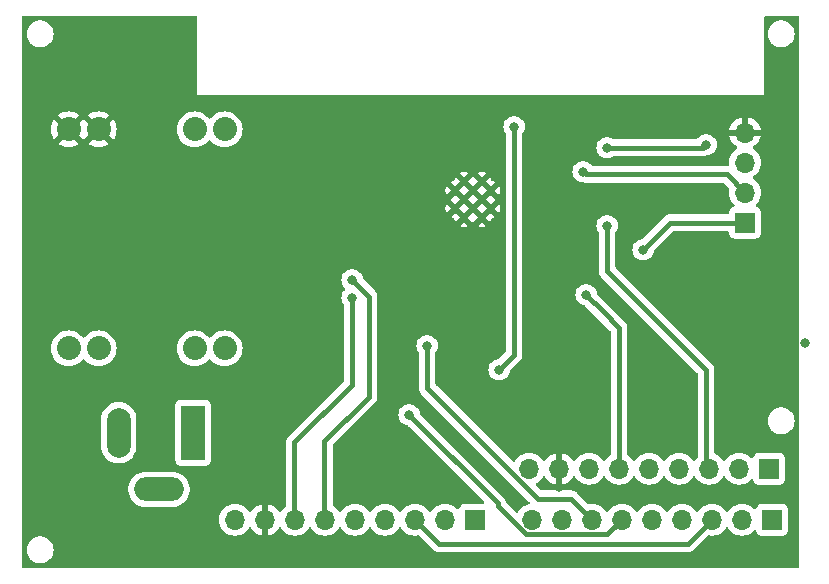
<source format=gbr>
%TF.GenerationSoftware,KiCad,Pcbnew,(7.0.0)*%
%TF.CreationDate,2023-04-20T18:18:11+02:00*%
%TF.ProjectId,PCB_uitlezen_gsm,5043425f-7569-4746-9c65-7a656e5f6773,rev?*%
%TF.SameCoordinates,Original*%
%TF.FileFunction,Copper,L2,Bot*%
%TF.FilePolarity,Positive*%
%FSLAX46Y46*%
G04 Gerber Fmt 4.6, Leading zero omitted, Abs format (unit mm)*
G04 Created by KiCad (PCBNEW (7.0.0)) date 2023-04-20 18:18:11*
%MOMM*%
%LPD*%
G01*
G04 APERTURE LIST*
%TA.AperFunction,ComponentPad*%
%ADD10R,1.700000X1.700000*%
%TD*%
%TA.AperFunction,ComponentPad*%
%ADD11O,1.700000X1.700000*%
%TD*%
%TA.AperFunction,ComponentPad*%
%ADD12C,2.032000*%
%TD*%
%TA.AperFunction,ComponentPad*%
%ADD13R,2.000000X4.600000*%
%TD*%
%TA.AperFunction,ComponentPad*%
%ADD14O,2.000000X4.200000*%
%TD*%
%TA.AperFunction,ComponentPad*%
%ADD15O,4.200000X2.000000*%
%TD*%
%TA.AperFunction,HeatsinkPad*%
%ADD16C,0.600000*%
%TD*%
%TA.AperFunction,ViaPad*%
%ADD17C,0.800000*%
%TD*%
%TA.AperFunction,Conductor*%
%ADD18C,0.400000*%
%TD*%
G04 APERTURE END LIST*
D10*
%TO.P,SCHERM3,1,Pin_1*%
%TO.N,unconnected-(SCHERM3-Pin_1-Pad1)*%
X115823999Y-111759999D03*
D11*
%TO.P,SCHERM3,2,Pin_2*%
%TO.N,+3.3V*%
X113283999Y-111759999D03*
%TO.P,SCHERM3,3,Pin_3*%
%TO.N,GPIO18*%
X110743999Y-111759999D03*
%TO.P,SCHERM3,4,Pin_4*%
%TO.N,GPIO23*%
X108203999Y-111759999D03*
%TO.P,SCHERM3,5,Pin_5*%
%TO.N,GPIO25*%
X105663999Y-111759999D03*
%TO.P,SCHERM3,6,Pin_6*%
%TO.N,GPIO26*%
X103123999Y-111759999D03*
%TO.P,SCHERM3,7,Pin_7*%
%TO.N,GPIO27*%
X100583999Y-111759999D03*
%TO.P,SCHERM3,8,Pin_8*%
%TO.N,GND*%
X98043999Y-111759999D03*
%TO.P,SCHERM3,9,Pin_9*%
%TO.N,+3.3V*%
X95503999Y-111759999D03*
%TD*%
D12*
%TO.P,U2,1,IN-*%
%TO.N,Net-(J2-Pad2)*%
X81407000Y-97250000D03*
%TO.P,U2,2,IN-*%
X83947000Y-97250000D03*
%TO.P,U2,3,IN+*%
%TO.N,Net-(J2-Pad1)*%
X92075000Y-97250000D03*
%TO.P,U2,4,IN+*%
X94615000Y-97250000D03*
%TO.P,U2,5,OUT+*%
%TO.N,VDD*%
X94615000Y-78708000D03*
%TO.P,U2,6,OUT+*%
X92075000Y-78708000D03*
%TO.P,U2,7,OUT-*%
%TO.N,GND*%
X83947000Y-78708000D03*
%TO.P,U2,8,OUT-*%
X81407000Y-78708000D03*
%TD*%
D10*
%TO.P,SCHERM1,1,Pin_1*%
%TO.N,unconnected-(SCHERM1-Pin_1-Pad1)*%
X140715999Y-107441999D03*
D11*
%TO.P,SCHERM1,2,Pin_2*%
%TO.N,+3.3V*%
X138175999Y-107441999D03*
%TO.P,SCHERM1,3,Pin_3*%
%TO.N,GPIO18*%
X135635999Y-107441999D03*
%TO.P,SCHERM1,4,Pin_4*%
%TO.N,GPIO23*%
X133095999Y-107441999D03*
%TO.P,SCHERM1,5,Pin_5*%
%TO.N,GPIO2*%
X130555999Y-107441999D03*
%TO.P,SCHERM1,6,Pin_6*%
%TO.N,GPIO4*%
X128015999Y-107441999D03*
%TO.P,SCHERM1,7,Pin_7*%
%TO.N,GPIO15*%
X125475999Y-107441999D03*
%TO.P,SCHERM1,8,Pin_8*%
%TO.N,GND*%
X122935999Y-107441999D03*
%TO.P,SCHERM1,9,Pin_9*%
%TO.N,+3.3V*%
X120395999Y-107441999D03*
%TD*%
D10*
%TO.P,J1,1,Pin_1*%
%TO.N,+3.3V*%
X138683999Y-86603999D03*
D11*
%TO.P,J1,2,Pin_2*%
%TO.N,RX0*%
X138683999Y-84063999D03*
%TO.P,J1,3,Pin_3*%
%TO.N,TX0*%
X138683999Y-81523999D03*
%TO.P,J1,4,Pin_4*%
%TO.N,GND*%
X138683999Y-78983999D03*
%TD*%
D13*
%TO.P,J2,1*%
%TO.N,Net-(J2-Pad1)*%
X91947999Y-104393999D03*
D14*
%TO.P,J2,2*%
%TO.N,Net-(J2-Pad2)*%
X85647999Y-104393999D03*
D15*
%TO.P,J2,3*%
%TO.N,N/C*%
X89047999Y-109193999D03*
%TD*%
D16*
%TO.P,U1,39,GND*%
%TO.N,GND*%
X114105000Y-83887500D03*
X114105000Y-85412500D03*
X114867500Y-83125000D03*
X114867500Y-84650000D03*
X114867500Y-86175000D03*
X115630000Y-83887500D03*
X115630000Y-85412500D03*
X116392500Y-83125000D03*
X116392500Y-84650000D03*
X116392500Y-86175000D03*
X117155000Y-83887500D03*
X117155000Y-85412500D03*
%TD*%
D10*
%TO.P,SCHERM2,1,Pin_1*%
%TO.N,unconnected-(SCHERM2-Pin_1-Pad1)*%
X140969999Y-111759999D03*
D11*
%TO.P,SCHERM2,2,Pin_2*%
%TO.N,+3.3V*%
X138429999Y-111759999D03*
%TO.P,SCHERM2,3,Pin_3*%
%TO.N,GPIO18*%
X135889999Y-111759999D03*
%TO.P,SCHERM2,4,Pin_4*%
%TO.N,GPIO23*%
X133349999Y-111759999D03*
%TO.P,SCHERM2,5,Pin_5*%
%TO.N,GPIO14*%
X130809999Y-111759999D03*
%TO.P,SCHERM2,6,Pin_6*%
%TO.N,GPIO12*%
X128269999Y-111759999D03*
%TO.P,SCHERM2,7,Pin_7*%
%TO.N,GPIO13*%
X125729999Y-111759999D03*
%TO.P,SCHERM2,8,Pin_8*%
%TO.N,GND*%
X123189999Y-111759999D03*
%TO.P,SCHERM2,9,Pin_9*%
%TO.N,+3.3V*%
X120649999Y-111759999D03*
%TD*%
D17*
%TO.N,+3.3V*%
X117856000Y-99060000D03*
X130048000Y-88900000D03*
X119126000Y-78486000D03*
%TO.N,GND*%
X124206000Y-98552000D03*
X110617000Y-94742000D03*
X115316000Y-76708000D03*
X143764000Y-96774000D03*
X131826000Y-100838000D03*
X122936000Y-108966000D03*
X98044000Y-108712000D03*
X117348000Y-91313000D03*
X104140000Y-85598000D03*
X81026000Y-92964000D03*
X82296000Y-104648000D03*
X122428000Y-81788000D03*
X130302000Y-78232000D03*
X122174000Y-103886000D03*
X102616000Y-76962000D03*
X111760000Y-106680000D03*
X126746000Y-104648000D03*
X81280000Y-85090000D03*
X98806000Y-99822000D03*
X91440000Y-91948000D03*
X85598000Y-72898000D03*
X110998000Y-84201000D03*
%TO.N,RX0*%
X124968000Y-82296000D03*
%TO.N,TX0*%
X135382000Y-80010000D03*
X127000000Y-80264000D03*
%TO.N,GPIO18*%
X127000000Y-86868000D03*
%TO.N,GPIO4*%
X125222000Y-92710000D03*
%TO.N,GPIO12*%
X110236000Y-102870000D03*
%TO.N,GPIO13*%
X111760000Y-97028000D03*
%TO.N,GPIO26*%
X105410000Y-91440000D03*
%TO.N,GPIO27*%
X105410000Y-92964000D03*
%TD*%
D18*
%TO.N,+3.3V*%
X117856000Y-99060000D02*
X119126000Y-97790000D01*
X132344000Y-86604000D02*
X138684000Y-86604000D01*
X119126000Y-81026000D02*
X119126000Y-78486000D01*
X119126000Y-97790000D02*
X119126000Y-81026000D01*
X130048000Y-88900000D02*
X132344000Y-86604000D01*
%TO.N,RX0*%
X124968000Y-82296000D02*
X125190000Y-82518000D01*
X137138000Y-82518000D02*
X138684000Y-84064000D01*
X125190000Y-82518000D02*
X137138000Y-82518000D01*
%TO.N,TX0*%
X127000000Y-80264000D02*
X135128000Y-80264000D01*
X135128000Y-80264000D02*
X135382000Y-80010000D01*
%TO.N,GPIO18*%
X133858000Y-113792000D02*
X112776000Y-113792000D01*
X135381000Y-99059000D02*
X134366000Y-98044000D01*
X135890000Y-111760000D02*
X133858000Y-113792000D01*
X127000000Y-86868000D02*
X127000000Y-90678000D01*
X135381000Y-107696000D02*
X135381000Y-99059000D01*
X112776000Y-113792000D02*
X110744000Y-111760000D01*
X127000000Y-90678000D02*
X134366000Y-98044000D01*
%TO.N,GPIO4*%
X125222000Y-92710000D02*
X126619000Y-94107000D01*
X128016000Y-107442000D02*
X128016000Y-95504000D01*
X128016000Y-95504000D02*
X126619000Y-94107000D01*
%TO.N,GPIO12*%
X120132233Y-113010000D02*
X127020000Y-113010000D01*
X127020000Y-113010000D02*
X128270000Y-111760000D01*
X117729000Y-110363000D02*
X117729000Y-110606767D01*
X117729000Y-110606767D02*
X120132233Y-113010000D01*
X117729000Y-110363000D02*
X110236000Y-102870000D01*
%TO.N,GPIO13*%
X123952000Y-109982000D02*
X121168233Y-109982000D01*
X123952000Y-109982000D02*
X125730000Y-111760000D01*
X121168233Y-109982000D02*
X111760000Y-100573767D01*
X111760000Y-100573767D02*
X111760000Y-97028000D01*
%TO.N,GPIO26*%
X103060000Y-111696000D02*
X103124000Y-111760000D01*
X106835000Y-101346000D02*
X103060000Y-105121000D01*
X103060000Y-105121000D02*
X103060000Y-111696000D01*
X105410000Y-91440000D02*
X106835000Y-92865000D01*
X106835000Y-92865000D02*
X106835000Y-101346000D01*
%TO.N,GPIO27*%
X100520000Y-111696000D02*
X100584000Y-111760000D01*
X100520000Y-105220000D02*
X100520000Y-111696000D01*
X105410000Y-100330000D02*
X100520000Y-105220000D01*
X105410000Y-92964000D02*
X105410000Y-100330000D01*
%TD*%
%TA.AperFunction,Conductor*%
%TO.N,GND*%
G36*
X92248000Y-69105113D02*
G01*
X92293387Y-69150500D01*
X92310000Y-69212500D01*
X92310000Y-75760000D01*
X140293674Y-75760000D01*
X140310000Y-75760000D01*
X140310000Y-70612000D01*
X140590708Y-70612000D01*
X140610141Y-70821712D01*
X140611710Y-70827226D01*
X140666205Y-71018759D01*
X140666207Y-71018764D01*
X140667777Y-71024282D01*
X140761654Y-71212813D01*
X140765106Y-71217384D01*
X140885117Y-71376305D01*
X140885121Y-71376310D01*
X140888575Y-71380883D01*
X140892811Y-71384744D01*
X140892815Y-71384749D01*
X140999549Y-71482049D01*
X141044218Y-71522771D01*
X141223282Y-71633643D01*
X141419671Y-71709724D01*
X141626695Y-71748423D01*
X141831576Y-71748423D01*
X141837305Y-71748423D01*
X142044329Y-71709724D01*
X142240718Y-71633643D01*
X142419782Y-71522771D01*
X142575425Y-71380883D01*
X142702346Y-71212813D01*
X142796223Y-71024282D01*
X142853859Y-70821712D01*
X142873292Y-70612000D01*
X142853859Y-70402288D01*
X142796223Y-70199718D01*
X142702346Y-70011187D01*
X142652716Y-69945467D01*
X142578882Y-69847694D01*
X142578878Y-69847690D01*
X142575425Y-69843117D01*
X142571188Y-69839254D01*
X142571184Y-69839250D01*
X142424016Y-69705089D01*
X142424017Y-69705089D01*
X142419782Y-69701229D01*
X142414916Y-69698216D01*
X142414912Y-69698213D01*
X142245589Y-69593373D01*
X142245588Y-69593372D01*
X142240718Y-69590357D01*
X142235380Y-69588289D01*
X142235376Y-69588287D01*
X142049676Y-69516347D01*
X142049671Y-69516345D01*
X142044329Y-69514276D01*
X142038694Y-69513222D01*
X142038692Y-69513222D01*
X141842935Y-69476629D01*
X141842930Y-69476628D01*
X141837305Y-69475577D01*
X141626695Y-69475577D01*
X141621070Y-69476628D01*
X141621064Y-69476629D01*
X141425307Y-69513222D01*
X141425302Y-69513223D01*
X141419671Y-69514276D01*
X141414330Y-69516344D01*
X141414323Y-69516347D01*
X141228623Y-69588287D01*
X141228614Y-69588291D01*
X141223282Y-69590357D01*
X141218415Y-69593370D01*
X141218410Y-69593373D01*
X141049087Y-69698213D01*
X141049077Y-69698219D01*
X141044218Y-69701229D01*
X141039987Y-69705085D01*
X141039983Y-69705089D01*
X140892815Y-69839250D01*
X140892805Y-69839260D01*
X140888575Y-69843117D01*
X140885126Y-69847683D01*
X140885117Y-69847694D01*
X140765106Y-70006615D01*
X140765103Y-70006619D01*
X140761654Y-70011187D01*
X140759101Y-70016312D01*
X140759099Y-70016317D01*
X140670336Y-70194577D01*
X140670332Y-70194585D01*
X140667777Y-70199718D01*
X140666208Y-70205231D01*
X140666205Y-70205240D01*
X140611710Y-70396773D01*
X140610141Y-70402288D01*
X140590708Y-70612000D01*
X140310000Y-70612000D01*
X140310000Y-69212500D01*
X140326613Y-69150500D01*
X140372000Y-69105113D01*
X140434000Y-69088500D01*
X143131500Y-69088500D01*
X143193500Y-69105113D01*
X143238887Y-69150500D01*
X143255500Y-69212500D01*
X143255500Y-115699500D01*
X143238887Y-115761500D01*
X143193500Y-115806887D01*
X143131500Y-115823500D01*
X77594500Y-115823500D01*
X77532500Y-115806887D01*
X77487113Y-115761500D01*
X77470500Y-115699500D01*
X77470500Y-114300000D01*
X77852708Y-114300000D01*
X77853237Y-114305709D01*
X77870903Y-114496358D01*
X77872141Y-114509712D01*
X77873710Y-114515226D01*
X77928205Y-114706759D01*
X77928207Y-114706764D01*
X77929777Y-114712282D01*
X78023654Y-114900813D01*
X78027106Y-114905384D01*
X78147117Y-115064305D01*
X78147121Y-115064310D01*
X78150575Y-115068883D01*
X78154811Y-115072744D01*
X78154815Y-115072749D01*
X78261549Y-115170049D01*
X78306218Y-115210771D01*
X78485282Y-115321643D01*
X78681671Y-115397724D01*
X78888695Y-115436423D01*
X79093576Y-115436423D01*
X79099305Y-115436423D01*
X79306329Y-115397724D01*
X79502718Y-115321643D01*
X79681782Y-115210771D01*
X79837425Y-115068883D01*
X79964346Y-114900813D01*
X80058223Y-114712282D01*
X80115859Y-114509712D01*
X80135292Y-114300000D01*
X80115859Y-114090288D01*
X80058223Y-113887718D01*
X79964346Y-113699187D01*
X79914716Y-113633467D01*
X79840882Y-113535694D01*
X79840878Y-113535690D01*
X79837425Y-113531117D01*
X79833188Y-113527254D01*
X79833184Y-113527250D01*
X79686016Y-113393089D01*
X79686017Y-113393089D01*
X79681782Y-113389229D01*
X79676916Y-113386216D01*
X79676912Y-113386213D01*
X79507589Y-113281373D01*
X79507588Y-113281372D01*
X79502718Y-113278357D01*
X79497380Y-113276289D01*
X79497376Y-113276287D01*
X79311676Y-113204347D01*
X79311671Y-113204345D01*
X79306329Y-113202276D01*
X79300694Y-113201222D01*
X79300692Y-113201222D01*
X79104935Y-113164629D01*
X79104930Y-113164628D01*
X79099305Y-113163577D01*
X78888695Y-113163577D01*
X78883070Y-113164628D01*
X78883064Y-113164629D01*
X78687307Y-113201222D01*
X78687302Y-113201223D01*
X78681671Y-113202276D01*
X78676330Y-113204344D01*
X78676323Y-113204347D01*
X78490623Y-113276287D01*
X78490614Y-113276291D01*
X78485282Y-113278357D01*
X78480415Y-113281370D01*
X78480410Y-113281373D01*
X78311087Y-113386213D01*
X78311077Y-113386219D01*
X78306218Y-113389229D01*
X78301987Y-113393085D01*
X78301983Y-113393089D01*
X78154815Y-113527250D01*
X78154805Y-113527260D01*
X78150575Y-113531117D01*
X78147126Y-113535683D01*
X78147117Y-113535694D01*
X78027106Y-113694615D01*
X78027103Y-113694619D01*
X78023654Y-113699187D01*
X78021101Y-113704312D01*
X78021099Y-113704317D01*
X77932336Y-113882577D01*
X77932332Y-113882585D01*
X77929777Y-113887718D01*
X77928208Y-113893231D01*
X77928205Y-113893240D01*
X77873710Y-114084773D01*
X77872141Y-114090288D01*
X77852708Y-114300000D01*
X77470500Y-114300000D01*
X77470500Y-111760000D01*
X94148341Y-111760000D01*
X94168937Y-111995408D01*
X94170336Y-112000630D01*
X94170337Y-112000634D01*
X94228694Y-112218430D01*
X94228697Y-112218438D01*
X94230097Y-112223663D01*
X94232385Y-112228570D01*
X94232386Y-112228572D01*
X94327678Y-112432927D01*
X94327681Y-112432933D01*
X94329965Y-112437830D01*
X94333064Y-112442257D01*
X94333066Y-112442259D01*
X94462399Y-112626966D01*
X94462402Y-112626970D01*
X94465505Y-112631401D01*
X94632599Y-112798495D01*
X94637031Y-112801598D01*
X94637033Y-112801600D01*
X94728899Y-112865925D01*
X94826170Y-112934035D01*
X95040337Y-113033903D01*
X95268592Y-113095063D01*
X95504000Y-113115659D01*
X95739408Y-113095063D01*
X95967663Y-113033903D01*
X96181830Y-112934035D01*
X96375401Y-112798495D01*
X96542495Y-112631401D01*
X96672730Y-112445405D01*
X96717048Y-112406540D01*
X96774305Y-112392529D01*
X96831562Y-112406540D01*
X96875880Y-112445405D01*
X97002784Y-112626643D01*
X97009721Y-112634909D01*
X97169090Y-112794278D01*
X97177356Y-112801215D01*
X97361991Y-112930498D01*
X97371323Y-112935886D01*
X97575602Y-113031143D01*
X97585736Y-113034831D01*
X97780219Y-113086943D01*
X97791448Y-113087311D01*
X97794000Y-113076369D01*
X98294000Y-113076369D01*
X98296551Y-113087311D01*
X98307780Y-113086943D01*
X98502263Y-113034831D01*
X98512397Y-113031143D01*
X98716676Y-112935886D01*
X98726008Y-112930498D01*
X98910643Y-112801215D01*
X98918909Y-112794278D01*
X99078278Y-112634909D01*
X99085219Y-112626638D01*
X99212119Y-112445406D01*
X99256437Y-112406540D01*
X99313694Y-112392529D01*
X99370951Y-112406540D01*
X99415269Y-112445405D01*
X99542399Y-112626966D01*
X99542402Y-112626970D01*
X99545505Y-112631401D01*
X99712599Y-112798495D01*
X99717031Y-112801598D01*
X99717033Y-112801600D01*
X99808899Y-112865925D01*
X99906170Y-112934035D01*
X100120337Y-113033903D01*
X100348592Y-113095063D01*
X100584000Y-113115659D01*
X100819408Y-113095063D01*
X101047663Y-113033903D01*
X101261830Y-112934035D01*
X101455401Y-112798495D01*
X101622495Y-112631401D01*
X101752424Y-112445842D01*
X101796743Y-112406976D01*
X101854000Y-112392965D01*
X101911257Y-112406976D01*
X101955575Y-112445842D01*
X102082395Y-112626961D01*
X102082401Y-112626968D01*
X102085505Y-112631401D01*
X102252599Y-112798495D01*
X102257031Y-112801598D01*
X102257033Y-112801600D01*
X102348899Y-112865925D01*
X102446170Y-112934035D01*
X102660337Y-113033903D01*
X102888592Y-113095063D01*
X103124000Y-113115659D01*
X103359408Y-113095063D01*
X103587663Y-113033903D01*
X103801830Y-112934035D01*
X103995401Y-112798495D01*
X104162495Y-112631401D01*
X104292424Y-112445842D01*
X104336743Y-112406976D01*
X104394000Y-112392965D01*
X104451257Y-112406976D01*
X104495575Y-112445842D01*
X104622395Y-112626961D01*
X104622401Y-112626968D01*
X104625505Y-112631401D01*
X104792599Y-112798495D01*
X104797031Y-112801598D01*
X104797033Y-112801600D01*
X104888899Y-112865925D01*
X104986170Y-112934035D01*
X105200337Y-113033903D01*
X105428592Y-113095063D01*
X105664000Y-113115659D01*
X105899408Y-113095063D01*
X106127663Y-113033903D01*
X106341830Y-112934035D01*
X106535401Y-112798495D01*
X106702495Y-112631401D01*
X106832424Y-112445842D01*
X106876743Y-112406976D01*
X106934000Y-112392965D01*
X106991257Y-112406976D01*
X107035575Y-112445842D01*
X107162395Y-112626961D01*
X107162401Y-112626968D01*
X107165505Y-112631401D01*
X107332599Y-112798495D01*
X107337031Y-112801598D01*
X107337033Y-112801600D01*
X107428899Y-112865925D01*
X107526170Y-112934035D01*
X107740337Y-113033903D01*
X107968592Y-113095063D01*
X108204000Y-113115659D01*
X108439408Y-113095063D01*
X108667663Y-113033903D01*
X108881830Y-112934035D01*
X109075401Y-112798495D01*
X109242495Y-112631401D01*
X109372424Y-112445842D01*
X109416743Y-112406976D01*
X109474000Y-112392965D01*
X109531257Y-112406976D01*
X109575575Y-112445842D01*
X109702395Y-112626961D01*
X109702401Y-112626968D01*
X109705505Y-112631401D01*
X109872599Y-112798495D01*
X109877031Y-112801598D01*
X109877033Y-112801600D01*
X109968899Y-112865925D01*
X110066170Y-112934035D01*
X110280337Y-113033903D01*
X110508592Y-113095063D01*
X110744000Y-113115659D01*
X110979408Y-113095063D01*
X110984633Y-113093662D01*
X110984638Y-113093662D01*
X110996219Y-113090559D01*
X111060407Y-113090558D01*
X111115995Y-113122652D01*
X112263059Y-114269716D01*
X112268193Y-114275170D01*
X112308071Y-114320183D01*
X112357577Y-114354355D01*
X112363597Y-114358785D01*
X112410943Y-114395878D01*
X112417779Y-114398954D01*
X112417785Y-114398958D01*
X112420179Y-114400035D01*
X112439733Y-114411063D01*
X112448070Y-114416818D01*
X112504288Y-114438138D01*
X112504296Y-114438141D01*
X112511217Y-114441007D01*
X112566069Y-114465695D01*
X112576041Y-114467522D01*
X112597656Y-114473547D01*
X112607128Y-114477140D01*
X112664831Y-114484146D01*
X112666815Y-114484387D01*
X112674222Y-114485514D01*
X112733394Y-114496358D01*
X112793433Y-114492725D01*
X112800921Y-114492500D01*
X133833079Y-114492500D01*
X133840566Y-114492725D01*
X133900606Y-114496358D01*
X133959782Y-114485513D01*
X133967181Y-114484387D01*
X134026872Y-114477140D01*
X134036332Y-114473551D01*
X134057959Y-114467522D01*
X134067932Y-114465695D01*
X134122808Y-114440996D01*
X134129673Y-114438152D01*
X134185930Y-114416818D01*
X134194264Y-114411064D01*
X134213821Y-114400034D01*
X134223057Y-114395878D01*
X134270413Y-114358775D01*
X134276420Y-114354355D01*
X134325929Y-114320183D01*
X134365822Y-114275151D01*
X134370924Y-114269731D01*
X135518006Y-113122649D01*
X135573594Y-113090557D01*
X135637778Y-113090557D01*
X135654592Y-113095063D01*
X135890000Y-113115659D01*
X136125408Y-113095063D01*
X136353663Y-113033903D01*
X136567830Y-112934035D01*
X136761401Y-112798495D01*
X136928495Y-112631401D01*
X137058424Y-112445842D01*
X137102743Y-112406976D01*
X137160000Y-112392965D01*
X137217257Y-112406976D01*
X137261575Y-112445842D01*
X137388395Y-112626961D01*
X137388401Y-112626968D01*
X137391505Y-112631401D01*
X137558599Y-112798495D01*
X137563031Y-112801598D01*
X137563033Y-112801600D01*
X137654899Y-112865925D01*
X137752170Y-112934035D01*
X137966337Y-113033903D01*
X138194592Y-113095063D01*
X138430000Y-113115659D01*
X138665408Y-113095063D01*
X138893663Y-113033903D01*
X139107830Y-112934035D01*
X139301401Y-112798495D01*
X139423329Y-112676566D01*
X139476072Y-112645273D01*
X139537365Y-112643084D01*
X139592210Y-112670537D01*
X139627189Y-112720916D01*
X139676204Y-112852331D01*
X139681518Y-112859430D01*
X139681519Y-112859431D01*
X139737367Y-112934035D01*
X139762454Y-112967546D01*
X139877669Y-113053796D01*
X140012517Y-113104091D01*
X140072127Y-113110500D01*
X141867872Y-113110499D01*
X141927483Y-113104091D01*
X142062331Y-113053796D01*
X142177546Y-112967546D01*
X142263796Y-112852331D01*
X142314091Y-112717483D01*
X142320500Y-112657873D01*
X142320499Y-110862128D01*
X142314091Y-110802517D01*
X142263796Y-110667669D01*
X142177546Y-110552454D01*
X142134504Y-110520233D01*
X142069431Y-110471519D01*
X142069430Y-110471518D01*
X142062331Y-110466204D01*
X141955442Y-110426337D01*
X141934752Y-110418620D01*
X141934750Y-110418619D01*
X141927483Y-110415909D01*
X141919770Y-110415079D01*
X141919767Y-110415079D01*
X141871180Y-110409855D01*
X141871169Y-110409854D01*
X141867873Y-110409500D01*
X141864550Y-110409500D01*
X140075439Y-110409500D01*
X140075420Y-110409500D01*
X140072128Y-110409501D01*
X140068850Y-110409853D01*
X140068838Y-110409854D01*
X140020231Y-110415079D01*
X140020225Y-110415080D01*
X140012517Y-110415909D01*
X140005252Y-110418618D01*
X140005246Y-110418620D01*
X139885980Y-110463104D01*
X139885978Y-110463104D01*
X139877669Y-110466204D01*
X139870572Y-110471516D01*
X139870568Y-110471519D01*
X139769550Y-110547141D01*
X139769546Y-110547144D01*
X139762454Y-110552454D01*
X139757144Y-110559546D01*
X139757141Y-110559550D01*
X139681519Y-110660568D01*
X139681516Y-110660572D01*
X139676204Y-110667669D01*
X139671938Y-110679108D01*
X139627189Y-110799083D01*
X139592210Y-110849462D01*
X139537365Y-110876915D01*
X139476072Y-110874726D01*
X139423326Y-110843430D01*
X139305232Y-110725336D01*
X139305230Y-110725334D01*
X139301401Y-110721505D01*
X139296970Y-110718402D01*
X139296966Y-110718399D01*
X139112259Y-110589066D01*
X139112257Y-110589064D01*
X139107830Y-110585965D01*
X139102933Y-110583681D01*
X139102927Y-110583678D01*
X138898572Y-110488386D01*
X138898570Y-110488385D01*
X138893663Y-110486097D01*
X138888438Y-110484697D01*
X138888430Y-110484694D01*
X138670634Y-110426337D01*
X138670630Y-110426336D01*
X138665408Y-110424937D01*
X138660020Y-110424465D01*
X138660017Y-110424465D01*
X138435395Y-110404813D01*
X138430000Y-110404341D01*
X138424605Y-110404813D01*
X138199982Y-110424465D01*
X138199977Y-110424465D01*
X138194592Y-110424937D01*
X138189371Y-110426335D01*
X138189365Y-110426337D01*
X137971569Y-110484694D01*
X137971557Y-110484698D01*
X137966337Y-110486097D01*
X137961432Y-110488383D01*
X137961427Y-110488386D01*
X137757081Y-110583675D01*
X137757077Y-110583677D01*
X137752171Y-110585965D01*
X137747738Y-110589068D01*
X137747731Y-110589073D01*
X137563034Y-110718399D01*
X137563029Y-110718402D01*
X137558599Y-110721505D01*
X137554775Y-110725328D01*
X137554769Y-110725334D01*
X137395334Y-110884769D01*
X137395328Y-110884775D01*
X137391505Y-110888599D01*
X137388402Y-110893029D01*
X137388399Y-110893034D01*
X137261575Y-111074159D01*
X137217257Y-111113025D01*
X137160000Y-111127036D01*
X137102743Y-111113025D01*
X137058425Y-111074159D01*
X137032104Y-111036568D01*
X136928495Y-110888599D01*
X136761401Y-110721505D01*
X136756970Y-110718402D01*
X136756966Y-110718399D01*
X136572259Y-110589066D01*
X136572257Y-110589064D01*
X136567830Y-110585965D01*
X136562933Y-110583681D01*
X136562927Y-110583678D01*
X136358572Y-110488386D01*
X136358570Y-110488385D01*
X136353663Y-110486097D01*
X136348438Y-110484697D01*
X136348430Y-110484694D01*
X136130634Y-110426337D01*
X136130630Y-110426336D01*
X136125408Y-110424937D01*
X136120020Y-110424465D01*
X136120017Y-110424465D01*
X135895395Y-110404813D01*
X135890000Y-110404341D01*
X135884605Y-110404813D01*
X135659982Y-110424465D01*
X135659977Y-110424465D01*
X135654592Y-110424937D01*
X135649371Y-110426335D01*
X135649365Y-110426337D01*
X135431569Y-110484694D01*
X135431557Y-110484698D01*
X135426337Y-110486097D01*
X135421432Y-110488383D01*
X135421427Y-110488386D01*
X135217081Y-110583675D01*
X135217077Y-110583677D01*
X135212171Y-110585965D01*
X135207738Y-110589068D01*
X135207731Y-110589073D01*
X135023034Y-110718399D01*
X135023029Y-110718402D01*
X135018599Y-110721505D01*
X135014775Y-110725328D01*
X135014769Y-110725334D01*
X134855334Y-110884769D01*
X134855328Y-110884775D01*
X134851505Y-110888599D01*
X134848402Y-110893029D01*
X134848399Y-110893034D01*
X134721575Y-111074159D01*
X134677257Y-111113025D01*
X134620000Y-111127036D01*
X134562743Y-111113025D01*
X134518425Y-111074159D01*
X134492104Y-111036568D01*
X134388495Y-110888599D01*
X134221401Y-110721505D01*
X134216970Y-110718402D01*
X134216966Y-110718399D01*
X134032259Y-110589066D01*
X134032257Y-110589064D01*
X134027830Y-110585965D01*
X134022933Y-110583681D01*
X134022927Y-110583678D01*
X133818572Y-110488386D01*
X133818570Y-110488385D01*
X133813663Y-110486097D01*
X133808438Y-110484697D01*
X133808430Y-110484694D01*
X133590634Y-110426337D01*
X133590630Y-110426336D01*
X133585408Y-110424937D01*
X133580020Y-110424465D01*
X133580017Y-110424465D01*
X133355395Y-110404813D01*
X133350000Y-110404341D01*
X133344605Y-110404813D01*
X133119982Y-110424465D01*
X133119977Y-110424465D01*
X133114592Y-110424937D01*
X133109371Y-110426335D01*
X133109365Y-110426337D01*
X132891569Y-110484694D01*
X132891557Y-110484698D01*
X132886337Y-110486097D01*
X132881432Y-110488383D01*
X132881427Y-110488386D01*
X132677081Y-110583675D01*
X132677077Y-110583677D01*
X132672171Y-110585965D01*
X132667738Y-110589068D01*
X132667731Y-110589073D01*
X132483034Y-110718399D01*
X132483029Y-110718402D01*
X132478599Y-110721505D01*
X132474775Y-110725328D01*
X132474769Y-110725334D01*
X132315334Y-110884769D01*
X132315328Y-110884775D01*
X132311505Y-110888599D01*
X132308403Y-110893028D01*
X132308403Y-110893029D01*
X132181574Y-111074160D01*
X132137256Y-111113025D01*
X132079999Y-111127036D01*
X132022742Y-111113025D01*
X131978426Y-111074161D01*
X131848495Y-110888599D01*
X131681401Y-110721505D01*
X131676970Y-110718402D01*
X131676966Y-110718399D01*
X131492259Y-110589066D01*
X131492257Y-110589064D01*
X131487830Y-110585965D01*
X131482933Y-110583681D01*
X131482927Y-110583678D01*
X131278572Y-110488386D01*
X131278570Y-110488385D01*
X131273663Y-110486097D01*
X131268438Y-110484697D01*
X131268430Y-110484694D01*
X131050634Y-110426337D01*
X131050630Y-110426336D01*
X131045408Y-110424937D01*
X131040020Y-110424465D01*
X131040017Y-110424465D01*
X130815395Y-110404813D01*
X130810000Y-110404341D01*
X130804605Y-110404813D01*
X130579982Y-110424465D01*
X130579977Y-110424465D01*
X130574592Y-110424937D01*
X130569371Y-110426335D01*
X130569365Y-110426337D01*
X130351569Y-110484694D01*
X130351557Y-110484698D01*
X130346337Y-110486097D01*
X130341432Y-110488383D01*
X130341427Y-110488386D01*
X130137081Y-110583675D01*
X130137077Y-110583677D01*
X130132171Y-110585965D01*
X130127738Y-110589068D01*
X130127731Y-110589073D01*
X129943034Y-110718399D01*
X129943029Y-110718402D01*
X129938599Y-110721505D01*
X129934775Y-110725328D01*
X129934769Y-110725334D01*
X129775334Y-110884769D01*
X129775328Y-110884775D01*
X129771505Y-110888599D01*
X129768403Y-110893028D01*
X129768403Y-110893029D01*
X129641574Y-111074160D01*
X129597256Y-111113025D01*
X129539999Y-111127036D01*
X129482742Y-111113025D01*
X129438426Y-111074161D01*
X129308495Y-110888599D01*
X129141401Y-110721505D01*
X129136970Y-110718402D01*
X129136966Y-110718399D01*
X128952259Y-110589066D01*
X128952257Y-110589064D01*
X128947830Y-110585965D01*
X128942933Y-110583681D01*
X128942927Y-110583678D01*
X128738572Y-110488386D01*
X128738570Y-110488385D01*
X128733663Y-110486097D01*
X128728438Y-110484697D01*
X128728430Y-110484694D01*
X128510634Y-110426337D01*
X128510630Y-110426336D01*
X128505408Y-110424937D01*
X128500020Y-110424465D01*
X128500017Y-110424465D01*
X128275395Y-110404813D01*
X128270000Y-110404341D01*
X128264605Y-110404813D01*
X128039982Y-110424465D01*
X128039977Y-110424465D01*
X128034592Y-110424937D01*
X128029371Y-110426335D01*
X128029365Y-110426337D01*
X127811569Y-110484694D01*
X127811557Y-110484698D01*
X127806337Y-110486097D01*
X127801432Y-110488383D01*
X127801427Y-110488386D01*
X127597081Y-110583675D01*
X127597077Y-110583677D01*
X127592171Y-110585965D01*
X127587738Y-110589068D01*
X127587731Y-110589073D01*
X127403034Y-110718399D01*
X127403029Y-110718402D01*
X127398599Y-110721505D01*
X127394775Y-110725328D01*
X127394769Y-110725334D01*
X127235334Y-110884769D01*
X127235328Y-110884775D01*
X127231505Y-110888599D01*
X127228403Y-110893028D01*
X127228403Y-110893029D01*
X127101574Y-111074160D01*
X127057256Y-111113025D01*
X126999999Y-111127036D01*
X126942742Y-111113025D01*
X126898426Y-111074161D01*
X126768495Y-110888599D01*
X126601401Y-110721505D01*
X126596970Y-110718402D01*
X126596966Y-110718399D01*
X126412259Y-110589066D01*
X126412257Y-110589064D01*
X126407830Y-110585965D01*
X126402933Y-110583681D01*
X126402927Y-110583678D01*
X126198572Y-110488386D01*
X126198570Y-110488385D01*
X126193663Y-110486097D01*
X126188438Y-110484697D01*
X126188430Y-110484694D01*
X125970634Y-110426337D01*
X125970630Y-110426336D01*
X125965408Y-110424937D01*
X125960020Y-110424465D01*
X125960017Y-110424465D01*
X125735395Y-110404813D01*
X125730000Y-110404341D01*
X125724605Y-110404813D01*
X125499985Y-110424465D01*
X125499983Y-110424465D01*
X125494592Y-110424937D01*
X125489367Y-110426336D01*
X125489361Y-110426338D01*
X125477778Y-110429442D01*
X125413591Y-110429442D01*
X125358005Y-110397348D01*
X124464939Y-109504282D01*
X124459822Y-109498847D01*
X124419929Y-109453817D01*
X124370410Y-109419636D01*
X124364404Y-109415216D01*
X124322961Y-109382747D01*
X124322958Y-109382745D01*
X124317057Y-109378122D01*
X124310219Y-109375044D01*
X124310210Y-109375039D01*
X124307810Y-109373959D01*
X124288268Y-109362937D01*
X124286107Y-109361445D01*
X124286102Y-109361442D01*
X124279930Y-109357182D01*
X124223702Y-109335857D01*
X124216784Y-109332991D01*
X124168772Y-109311383D01*
X124168769Y-109311382D01*
X124161932Y-109308305D01*
X124154560Y-109306954D01*
X124154551Y-109306951D01*
X124151952Y-109306475D01*
X124130340Y-109300450D01*
X124127891Y-109299521D01*
X124127885Y-109299519D01*
X124120872Y-109296860D01*
X124113430Y-109295956D01*
X124113425Y-109295955D01*
X124061171Y-109289610D01*
X124053771Y-109288483D01*
X124001987Y-109278994D01*
X124001982Y-109278993D01*
X123994606Y-109277642D01*
X123987126Y-109278094D01*
X123987118Y-109278094D01*
X123934567Y-109281274D01*
X123927079Y-109281500D01*
X121509752Y-109281500D01*
X121462299Y-109272061D01*
X121422071Y-109245181D01*
X121007478Y-108830588D01*
X120976898Y-108780194D01*
X120973043Y-108721373D01*
X120996785Y-108667419D01*
X121042752Y-108630526D01*
X121073830Y-108616035D01*
X121267401Y-108480495D01*
X121434495Y-108313401D01*
X121564730Y-108127405D01*
X121609048Y-108088540D01*
X121666305Y-108074529D01*
X121723562Y-108088540D01*
X121767880Y-108127405D01*
X121894784Y-108308643D01*
X121901721Y-108316909D01*
X122061090Y-108476278D01*
X122069356Y-108483215D01*
X122253991Y-108612498D01*
X122263323Y-108617886D01*
X122467602Y-108713143D01*
X122477736Y-108716831D01*
X122672219Y-108768943D01*
X122683448Y-108769311D01*
X122686000Y-108758369D01*
X123186000Y-108758369D01*
X123188551Y-108769311D01*
X123199780Y-108768943D01*
X123394263Y-108716831D01*
X123404397Y-108713143D01*
X123608676Y-108617886D01*
X123618008Y-108612498D01*
X123802643Y-108483215D01*
X123810909Y-108476278D01*
X123970278Y-108316909D01*
X123977219Y-108308638D01*
X124104119Y-108127406D01*
X124148437Y-108088540D01*
X124205694Y-108074529D01*
X124262951Y-108088540D01*
X124307269Y-108127405D01*
X124434399Y-108308966D01*
X124434402Y-108308970D01*
X124437505Y-108313401D01*
X124604599Y-108480495D01*
X124609031Y-108483598D01*
X124609033Y-108483600D01*
X124753260Y-108584589D01*
X124798170Y-108616035D01*
X124803070Y-108618320D01*
X124803072Y-108618321D01*
X124854815Y-108642449D01*
X125012337Y-108715903D01*
X125017567Y-108717304D01*
X125017569Y-108717305D01*
X125059619Y-108728572D01*
X125240592Y-108777063D01*
X125476000Y-108797659D01*
X125711408Y-108777063D01*
X125939663Y-108715903D01*
X126153830Y-108616035D01*
X126347401Y-108480495D01*
X126514495Y-108313401D01*
X126611926Y-108174256D01*
X126644425Y-108127842D01*
X126688743Y-108088976D01*
X126746000Y-108074965D01*
X126803257Y-108088976D01*
X126847575Y-108127842D01*
X126974395Y-108308961D01*
X126974401Y-108308968D01*
X126977505Y-108313401D01*
X127144599Y-108480495D01*
X127149031Y-108483598D01*
X127149033Y-108483600D01*
X127293260Y-108584589D01*
X127338170Y-108616035D01*
X127343070Y-108618320D01*
X127343072Y-108618321D01*
X127394815Y-108642449D01*
X127552337Y-108715903D01*
X127557567Y-108717304D01*
X127557569Y-108717305D01*
X127599619Y-108728572D01*
X127780592Y-108777063D01*
X128016000Y-108797659D01*
X128251408Y-108777063D01*
X128479663Y-108715903D01*
X128693830Y-108616035D01*
X128887401Y-108480495D01*
X129054495Y-108313401D01*
X129151926Y-108174256D01*
X129184425Y-108127842D01*
X129228743Y-108088976D01*
X129286000Y-108074965D01*
X129343257Y-108088976D01*
X129387575Y-108127842D01*
X129514395Y-108308961D01*
X129514401Y-108308968D01*
X129517505Y-108313401D01*
X129684599Y-108480495D01*
X129689031Y-108483598D01*
X129689033Y-108483600D01*
X129833260Y-108584589D01*
X129878170Y-108616035D01*
X129883070Y-108618320D01*
X129883072Y-108618321D01*
X129934815Y-108642449D01*
X130092337Y-108715903D01*
X130097567Y-108717304D01*
X130097569Y-108717305D01*
X130139619Y-108728572D01*
X130320592Y-108777063D01*
X130556000Y-108797659D01*
X130791408Y-108777063D01*
X131019663Y-108715903D01*
X131233830Y-108616035D01*
X131427401Y-108480495D01*
X131594495Y-108313401D01*
X131691926Y-108174256D01*
X131724425Y-108127842D01*
X131768743Y-108088976D01*
X131826000Y-108074965D01*
X131883257Y-108088976D01*
X131927575Y-108127842D01*
X132054395Y-108308961D01*
X132054401Y-108308968D01*
X132057505Y-108313401D01*
X132224599Y-108480495D01*
X132229031Y-108483598D01*
X132229033Y-108483600D01*
X132373260Y-108584589D01*
X132418170Y-108616035D01*
X132423070Y-108618320D01*
X132423072Y-108618321D01*
X132474815Y-108642449D01*
X132632337Y-108715903D01*
X132637567Y-108717304D01*
X132637569Y-108717305D01*
X132679619Y-108728572D01*
X132860592Y-108777063D01*
X133096000Y-108797659D01*
X133331408Y-108777063D01*
X133559663Y-108715903D01*
X133773830Y-108616035D01*
X133967401Y-108480495D01*
X134134495Y-108313401D01*
X134231926Y-108174256D01*
X134264425Y-108127842D01*
X134308743Y-108088976D01*
X134366000Y-108074965D01*
X134423257Y-108088976D01*
X134467575Y-108127842D01*
X134594395Y-108308961D01*
X134594401Y-108308968D01*
X134597505Y-108313401D01*
X134764599Y-108480495D01*
X134769031Y-108483598D01*
X134769033Y-108483600D01*
X134913260Y-108584589D01*
X134958170Y-108616035D01*
X134963070Y-108618320D01*
X134963072Y-108618321D01*
X135014815Y-108642449D01*
X135172337Y-108715903D01*
X135177567Y-108717304D01*
X135177569Y-108717305D01*
X135219619Y-108728572D01*
X135400592Y-108777063D01*
X135636000Y-108797659D01*
X135871408Y-108777063D01*
X136099663Y-108715903D01*
X136313830Y-108616035D01*
X136507401Y-108480495D01*
X136674495Y-108313401D01*
X136771926Y-108174256D01*
X136804425Y-108127842D01*
X136848743Y-108088976D01*
X136906000Y-108074965D01*
X136963257Y-108088976D01*
X137007575Y-108127842D01*
X137134395Y-108308961D01*
X137134401Y-108308968D01*
X137137505Y-108313401D01*
X137304599Y-108480495D01*
X137309031Y-108483598D01*
X137309033Y-108483600D01*
X137453260Y-108584589D01*
X137498170Y-108616035D01*
X137503070Y-108618320D01*
X137503072Y-108618321D01*
X137554815Y-108642449D01*
X137712337Y-108715903D01*
X137717567Y-108717304D01*
X137717569Y-108717305D01*
X137759619Y-108728572D01*
X137940592Y-108777063D01*
X138176000Y-108797659D01*
X138411408Y-108777063D01*
X138639663Y-108715903D01*
X138853830Y-108616035D01*
X139047401Y-108480495D01*
X139169329Y-108358566D01*
X139222072Y-108327273D01*
X139283365Y-108325084D01*
X139338210Y-108352537D01*
X139373189Y-108402916D01*
X139422204Y-108534331D01*
X139427518Y-108541430D01*
X139427519Y-108541431D01*
X139483367Y-108616035D01*
X139508454Y-108649546D01*
X139623669Y-108735796D01*
X139758517Y-108786091D01*
X139818127Y-108792500D01*
X141613872Y-108792499D01*
X141673483Y-108786091D01*
X141808331Y-108735796D01*
X141923546Y-108649546D01*
X142009796Y-108534331D01*
X142060091Y-108399483D01*
X142066500Y-108339873D01*
X142066499Y-106544128D01*
X142060091Y-106484517D01*
X142009796Y-106349669D01*
X141923546Y-106234454D01*
X141833030Y-106166694D01*
X141815431Y-106153519D01*
X141815430Y-106153518D01*
X141808331Y-106148204D01*
X141701442Y-106108337D01*
X141680752Y-106100620D01*
X141680750Y-106100619D01*
X141673483Y-106097909D01*
X141665770Y-106097079D01*
X141665767Y-106097079D01*
X141617180Y-106091855D01*
X141617169Y-106091854D01*
X141613873Y-106091500D01*
X141610550Y-106091500D01*
X139821439Y-106091500D01*
X139821420Y-106091500D01*
X139818128Y-106091501D01*
X139814850Y-106091853D01*
X139814838Y-106091854D01*
X139766231Y-106097079D01*
X139766225Y-106097080D01*
X139758517Y-106097909D01*
X139751252Y-106100618D01*
X139751246Y-106100620D01*
X139631980Y-106145104D01*
X139631978Y-106145104D01*
X139623669Y-106148204D01*
X139616572Y-106153516D01*
X139616568Y-106153519D01*
X139515550Y-106229141D01*
X139515546Y-106229144D01*
X139508454Y-106234454D01*
X139503144Y-106241546D01*
X139503141Y-106241550D01*
X139427519Y-106342568D01*
X139427516Y-106342572D01*
X139422204Y-106349669D01*
X139419104Y-106357978D01*
X139419105Y-106357978D01*
X139373189Y-106481083D01*
X139338210Y-106531462D01*
X139283365Y-106558915D01*
X139222072Y-106556726D01*
X139169326Y-106525430D01*
X139051232Y-106407336D01*
X139051230Y-106407334D01*
X139047401Y-106403505D01*
X139042970Y-106400402D01*
X139042966Y-106400399D01*
X138858259Y-106271066D01*
X138858257Y-106271064D01*
X138853830Y-106267965D01*
X138848933Y-106265681D01*
X138848927Y-106265678D01*
X138644572Y-106170386D01*
X138644570Y-106170385D01*
X138639663Y-106168097D01*
X138634438Y-106166697D01*
X138634430Y-106166694D01*
X138416634Y-106108337D01*
X138416630Y-106108336D01*
X138411408Y-106106937D01*
X138406020Y-106106465D01*
X138406017Y-106106465D01*
X138181395Y-106086813D01*
X138176000Y-106086341D01*
X138170605Y-106086813D01*
X137945982Y-106106465D01*
X137945977Y-106106465D01*
X137940592Y-106106937D01*
X137935371Y-106108335D01*
X137935365Y-106108337D01*
X137717569Y-106166694D01*
X137717557Y-106166698D01*
X137712337Y-106168097D01*
X137707432Y-106170383D01*
X137707427Y-106170386D01*
X137503081Y-106265675D01*
X137503077Y-106265677D01*
X137498171Y-106267965D01*
X137493738Y-106271068D01*
X137493731Y-106271073D01*
X137309034Y-106400399D01*
X137309029Y-106400402D01*
X137304599Y-106403505D01*
X137300775Y-106407328D01*
X137300769Y-106407334D01*
X137141334Y-106566769D01*
X137141328Y-106566775D01*
X137137505Y-106570599D01*
X137134402Y-106575029D01*
X137134399Y-106575034D01*
X137007575Y-106756159D01*
X136963257Y-106795025D01*
X136906000Y-106809036D01*
X136848743Y-106795025D01*
X136804425Y-106756159D01*
X136698504Y-106604888D01*
X136674495Y-106570599D01*
X136507401Y-106403505D01*
X136502970Y-106400402D01*
X136502966Y-106400399D01*
X136318259Y-106271066D01*
X136318257Y-106271064D01*
X136313830Y-106267965D01*
X136308933Y-106265681D01*
X136308927Y-106265678D01*
X136153095Y-106193013D01*
X136100919Y-106147256D01*
X136081500Y-106080631D01*
X136081500Y-103378000D01*
X140590708Y-103378000D01*
X140610141Y-103587712D01*
X140611710Y-103593226D01*
X140666205Y-103784759D01*
X140666207Y-103784764D01*
X140667777Y-103790282D01*
X140670334Y-103795418D01*
X140670336Y-103795422D01*
X140759099Y-103973682D01*
X140761654Y-103978813D01*
X140765106Y-103983384D01*
X140885117Y-104142305D01*
X140885121Y-104142310D01*
X140888575Y-104146883D01*
X140892811Y-104150744D01*
X140892815Y-104150749D01*
X140999549Y-104248049D01*
X141044218Y-104288771D01*
X141223282Y-104399643D01*
X141419671Y-104475724D01*
X141626695Y-104514423D01*
X141831576Y-104514423D01*
X141837305Y-104514423D01*
X142044329Y-104475724D01*
X142240718Y-104399643D01*
X142419782Y-104288771D01*
X142575425Y-104146883D01*
X142702346Y-103978813D01*
X142796223Y-103790282D01*
X142853859Y-103587712D01*
X142873292Y-103378000D01*
X142853859Y-103168288D01*
X142796223Y-102965718D01*
X142702346Y-102777187D01*
X142625604Y-102675564D01*
X142578882Y-102613694D01*
X142578878Y-102613690D01*
X142575425Y-102609117D01*
X142571188Y-102605254D01*
X142571184Y-102605250D01*
X142424016Y-102471089D01*
X142424017Y-102471089D01*
X142419782Y-102467229D01*
X142414916Y-102464216D01*
X142414912Y-102464213D01*
X142245589Y-102359373D01*
X142245588Y-102359372D01*
X142240718Y-102356357D01*
X142235380Y-102354289D01*
X142235376Y-102354287D01*
X142049676Y-102282347D01*
X142049671Y-102282345D01*
X142044329Y-102280276D01*
X142038694Y-102279222D01*
X142038692Y-102279222D01*
X141842935Y-102242629D01*
X141842930Y-102242628D01*
X141837305Y-102241577D01*
X141626695Y-102241577D01*
X141621070Y-102242628D01*
X141621064Y-102242629D01*
X141425307Y-102279222D01*
X141425302Y-102279223D01*
X141419671Y-102280276D01*
X141414330Y-102282344D01*
X141414323Y-102282347D01*
X141228623Y-102354287D01*
X141228614Y-102354291D01*
X141223282Y-102356357D01*
X141218415Y-102359370D01*
X141218410Y-102359373D01*
X141049087Y-102464213D01*
X141049077Y-102464219D01*
X141044218Y-102467229D01*
X141039987Y-102471085D01*
X141039983Y-102471089D01*
X140892815Y-102605250D01*
X140892805Y-102605260D01*
X140888575Y-102609117D01*
X140885126Y-102613683D01*
X140885117Y-102613694D01*
X140765106Y-102772615D01*
X140765103Y-102772619D01*
X140761654Y-102777187D01*
X140759101Y-102782312D01*
X140759099Y-102782317D01*
X140670336Y-102960577D01*
X140670332Y-102960585D01*
X140667777Y-102965718D01*
X140666208Y-102971231D01*
X140666205Y-102971240D01*
X140611710Y-103162773D01*
X140610141Y-103168288D01*
X140590708Y-103378000D01*
X136081500Y-103378000D01*
X136081500Y-99083921D01*
X136081726Y-99076433D01*
X136084905Y-99023881D01*
X136085358Y-99016394D01*
X136074514Y-98957221D01*
X136073387Y-98949815D01*
X136073146Y-98947831D01*
X136066140Y-98890128D01*
X136062547Y-98880656D01*
X136056522Y-98859041D01*
X136054695Y-98849069D01*
X136030009Y-98794220D01*
X136027142Y-98787298D01*
X136008480Y-98738090D01*
X136005818Y-98731070D01*
X136000059Y-98722727D01*
X135989033Y-98703177D01*
X135987956Y-98700784D01*
X135984878Y-98693944D01*
X135947791Y-98646605D01*
X135943353Y-98640574D01*
X135913446Y-98597247D01*
X135909183Y-98591071D01*
X135903568Y-98586097D01*
X135903565Y-98586093D01*
X135864170Y-98551193D01*
X135858716Y-98546059D01*
X127736819Y-90424162D01*
X127709939Y-90383934D01*
X127700500Y-90336481D01*
X127700500Y-87483392D01*
X127708749Y-87438920D01*
X127725703Y-87411279D01*
X127724363Y-87410306D01*
X127728184Y-87405045D01*
X127732533Y-87400216D01*
X127827179Y-87236284D01*
X127885674Y-87056256D01*
X127905460Y-86868000D01*
X127885674Y-86679744D01*
X127827179Y-86499716D01*
X127732533Y-86335784D01*
X127605871Y-86195112D01*
X127600613Y-86191292D01*
X127600611Y-86191290D01*
X127457988Y-86087669D01*
X127457987Y-86087668D01*
X127452730Y-86083849D01*
X127446792Y-86081205D01*
X127285745Y-86009501D01*
X127285740Y-86009499D01*
X127279803Y-86006856D01*
X127273444Y-86005504D01*
X127273440Y-86005503D01*
X127101008Y-85968852D01*
X127101005Y-85968851D01*
X127094646Y-85967500D01*
X126905354Y-85967500D01*
X126898995Y-85968851D01*
X126898991Y-85968852D01*
X126726559Y-86005503D01*
X126726552Y-86005505D01*
X126720197Y-86006856D01*
X126714262Y-86009498D01*
X126714254Y-86009501D01*
X126553207Y-86081205D01*
X126553202Y-86081207D01*
X126547270Y-86083849D01*
X126542016Y-86087665D01*
X126542011Y-86087669D01*
X126399388Y-86191290D01*
X126399381Y-86191295D01*
X126394129Y-86195112D01*
X126389784Y-86199937D01*
X126389779Y-86199942D01*
X126271813Y-86330956D01*
X126271808Y-86330962D01*
X126267467Y-86335784D01*
X126264222Y-86341404D01*
X126264218Y-86341410D01*
X126176069Y-86494089D01*
X126176066Y-86494094D01*
X126172821Y-86499716D01*
X126170815Y-86505888D01*
X126170813Y-86505894D01*
X126116333Y-86673564D01*
X126116331Y-86673573D01*
X126114326Y-86679744D01*
X126113648Y-86686194D01*
X126113646Y-86686204D01*
X126095962Y-86854464D01*
X126094540Y-86868000D01*
X126095219Y-86874460D01*
X126113646Y-87049795D01*
X126113647Y-87049803D01*
X126114326Y-87056256D01*
X126116331Y-87062428D01*
X126116333Y-87062435D01*
X126170813Y-87230105D01*
X126172821Y-87236284D01*
X126267467Y-87400216D01*
X126271813Y-87405043D01*
X126275637Y-87410306D01*
X126274296Y-87411279D01*
X126291251Y-87438920D01*
X126299500Y-87483392D01*
X126299500Y-90653079D01*
X126299274Y-90660567D01*
X126296094Y-90713118D01*
X126296094Y-90713126D01*
X126295642Y-90720606D01*
X126296993Y-90727982D01*
X126296994Y-90727987D01*
X126306483Y-90779771D01*
X126307610Y-90787171D01*
X126313955Y-90839425D01*
X126313956Y-90839430D01*
X126314860Y-90846872D01*
X126317519Y-90853885D01*
X126317521Y-90853891D01*
X126318450Y-90856340D01*
X126324475Y-90877952D01*
X126324951Y-90880551D01*
X126324954Y-90880560D01*
X126326305Y-90887932D01*
X126329382Y-90894769D01*
X126329383Y-90894772D01*
X126350991Y-90942784D01*
X126353857Y-90949702D01*
X126375182Y-91005930D01*
X126379442Y-91012102D01*
X126379445Y-91012107D01*
X126380937Y-91014268D01*
X126391959Y-91033810D01*
X126393039Y-91036210D01*
X126393044Y-91036219D01*
X126396122Y-91043057D01*
X126400745Y-91048958D01*
X126400747Y-91048961D01*
X126433216Y-91090404D01*
X126437636Y-91096410D01*
X126471817Y-91145929D01*
X126516847Y-91185822D01*
X126522282Y-91190939D01*
X134644181Y-99312838D01*
X134671061Y-99353066D01*
X134680500Y-99400519D01*
X134680500Y-106436242D01*
X134671061Y-106483695D01*
X134644181Y-106523923D01*
X134601334Y-106566769D01*
X134601328Y-106566775D01*
X134597505Y-106570599D01*
X134594402Y-106575029D01*
X134594399Y-106575034D01*
X134467575Y-106756159D01*
X134423257Y-106795025D01*
X134366000Y-106809036D01*
X134308743Y-106795025D01*
X134264425Y-106756159D01*
X134158504Y-106604888D01*
X134134495Y-106570599D01*
X133967401Y-106403505D01*
X133962970Y-106400402D01*
X133962966Y-106400399D01*
X133778259Y-106271066D01*
X133778257Y-106271064D01*
X133773830Y-106267965D01*
X133768933Y-106265681D01*
X133768927Y-106265678D01*
X133564572Y-106170386D01*
X133564570Y-106170385D01*
X133559663Y-106168097D01*
X133554438Y-106166697D01*
X133554430Y-106166694D01*
X133336634Y-106108337D01*
X133336630Y-106108336D01*
X133331408Y-106106937D01*
X133326020Y-106106465D01*
X133326017Y-106106465D01*
X133101395Y-106086813D01*
X133096000Y-106086341D01*
X133090605Y-106086813D01*
X132865982Y-106106465D01*
X132865977Y-106106465D01*
X132860592Y-106106937D01*
X132855371Y-106108335D01*
X132855365Y-106108337D01*
X132637569Y-106166694D01*
X132637557Y-106166698D01*
X132632337Y-106168097D01*
X132627432Y-106170383D01*
X132627427Y-106170386D01*
X132423081Y-106265675D01*
X132423077Y-106265677D01*
X132418171Y-106267965D01*
X132413738Y-106271068D01*
X132413731Y-106271073D01*
X132229034Y-106400399D01*
X132229029Y-106400402D01*
X132224599Y-106403505D01*
X132220775Y-106407328D01*
X132220769Y-106407334D01*
X132061334Y-106566769D01*
X132061328Y-106566775D01*
X132057505Y-106570599D01*
X132054402Y-106575029D01*
X132054399Y-106575034D01*
X131927575Y-106756159D01*
X131883257Y-106795025D01*
X131826000Y-106809036D01*
X131768743Y-106795025D01*
X131724425Y-106756159D01*
X131618504Y-106604888D01*
X131594495Y-106570599D01*
X131427401Y-106403505D01*
X131422970Y-106400402D01*
X131422966Y-106400399D01*
X131238259Y-106271066D01*
X131238257Y-106271064D01*
X131233830Y-106267965D01*
X131228933Y-106265681D01*
X131228927Y-106265678D01*
X131024572Y-106170386D01*
X131024570Y-106170385D01*
X131019663Y-106168097D01*
X131014438Y-106166697D01*
X131014430Y-106166694D01*
X130796634Y-106108337D01*
X130796630Y-106108336D01*
X130791408Y-106106937D01*
X130786020Y-106106465D01*
X130786017Y-106106465D01*
X130561395Y-106086813D01*
X130556000Y-106086341D01*
X130550605Y-106086813D01*
X130325982Y-106106465D01*
X130325977Y-106106465D01*
X130320592Y-106106937D01*
X130315371Y-106108335D01*
X130315365Y-106108337D01*
X130097569Y-106166694D01*
X130097557Y-106166698D01*
X130092337Y-106168097D01*
X130087432Y-106170383D01*
X130087427Y-106170386D01*
X129883081Y-106265675D01*
X129883077Y-106265677D01*
X129878171Y-106267965D01*
X129873738Y-106271068D01*
X129873731Y-106271073D01*
X129689034Y-106400399D01*
X129689029Y-106400402D01*
X129684599Y-106403505D01*
X129680775Y-106407328D01*
X129680769Y-106407334D01*
X129521334Y-106566769D01*
X129521328Y-106566775D01*
X129517505Y-106570599D01*
X129514402Y-106575029D01*
X129514399Y-106575034D01*
X129387575Y-106756159D01*
X129343257Y-106795025D01*
X129286000Y-106809036D01*
X129228743Y-106795025D01*
X129184425Y-106756159D01*
X129078504Y-106604888D01*
X129054495Y-106570599D01*
X128887401Y-106403505D01*
X128769376Y-106320863D01*
X128730511Y-106276546D01*
X128716500Y-106219289D01*
X128716500Y-95528910D01*
X128716726Y-95521423D01*
X128719904Y-95468881D01*
X128720357Y-95461394D01*
X128709516Y-95402235D01*
X128708389Y-95394830D01*
X128708118Y-95392602D01*
X128701140Y-95335128D01*
X128698480Y-95328116D01*
X128698480Y-95328113D01*
X128697547Y-95325653D01*
X128691520Y-95304035D01*
X128689694Y-95294068D01*
X128665012Y-95239228D01*
X128662145Y-95232306D01*
X128643479Y-95183087D01*
X128640818Y-95176070D01*
X128636556Y-95169896D01*
X128636552Y-95169888D01*
X128635058Y-95167724D01*
X128624032Y-95148175D01*
X128622956Y-95145785D01*
X128619877Y-95138943D01*
X128582788Y-95091602D01*
X128578349Y-95085569D01*
X128548442Y-95042241D01*
X128548441Y-95042240D01*
X128544183Y-95036071D01*
X128499170Y-94996193D01*
X128493716Y-94991059D01*
X126148504Y-92645847D01*
X126124264Y-92611549D01*
X126112864Y-92571127D01*
X126110022Y-92544087D01*
X126107674Y-92521744D01*
X126049179Y-92341716D01*
X125954533Y-92177784D01*
X125827871Y-92037112D01*
X125822613Y-92033292D01*
X125822611Y-92033290D01*
X125679988Y-91929669D01*
X125679987Y-91929668D01*
X125674730Y-91925849D01*
X125668792Y-91923205D01*
X125507745Y-91851501D01*
X125507740Y-91851499D01*
X125501803Y-91848856D01*
X125495444Y-91847504D01*
X125495440Y-91847503D01*
X125323008Y-91810852D01*
X125323005Y-91810851D01*
X125316646Y-91809500D01*
X125127354Y-91809500D01*
X125120995Y-91810851D01*
X125120991Y-91810852D01*
X124948559Y-91847503D01*
X124948552Y-91847505D01*
X124942197Y-91848856D01*
X124936262Y-91851498D01*
X124936254Y-91851501D01*
X124775207Y-91923205D01*
X124775202Y-91923207D01*
X124769270Y-91925849D01*
X124764016Y-91929665D01*
X124764011Y-91929669D01*
X124621388Y-92033290D01*
X124621381Y-92033295D01*
X124616129Y-92037112D01*
X124611784Y-92041937D01*
X124611779Y-92041942D01*
X124493813Y-92172956D01*
X124493808Y-92172962D01*
X124489467Y-92177784D01*
X124486222Y-92183404D01*
X124486218Y-92183410D01*
X124398069Y-92336089D01*
X124398066Y-92336094D01*
X124394821Y-92341716D01*
X124392815Y-92347888D01*
X124392813Y-92347894D01*
X124338333Y-92515564D01*
X124338331Y-92515573D01*
X124336326Y-92521744D01*
X124335648Y-92528194D01*
X124335646Y-92528204D01*
X124322313Y-92655068D01*
X124316540Y-92710000D01*
X124317219Y-92716460D01*
X124335646Y-92891795D01*
X124335647Y-92891803D01*
X124336326Y-92898256D01*
X124338331Y-92904428D01*
X124338333Y-92904435D01*
X124392813Y-93072105D01*
X124394821Y-93078284D01*
X124398068Y-93083908D01*
X124398069Y-93083910D01*
X124437528Y-93152256D01*
X124489467Y-93242216D01*
X124493811Y-93247041D01*
X124493813Y-93247043D01*
X124611779Y-93378057D01*
X124616129Y-93382888D01*
X124769270Y-93494151D01*
X124942197Y-93571144D01*
X125097127Y-93604075D01*
X125130514Y-93616392D01*
X125159027Y-93637684D01*
X127279181Y-95757838D01*
X127306061Y-95798066D01*
X127315500Y-95845519D01*
X127315500Y-106219289D01*
X127301489Y-106276546D01*
X127262623Y-106320864D01*
X127149034Y-106400399D01*
X127149029Y-106400402D01*
X127144599Y-106403505D01*
X127140775Y-106407328D01*
X127140769Y-106407334D01*
X126981334Y-106566769D01*
X126981328Y-106566775D01*
X126977505Y-106570599D01*
X126974402Y-106575029D01*
X126974399Y-106575034D01*
X126847575Y-106756159D01*
X126803257Y-106795025D01*
X126746000Y-106809036D01*
X126688743Y-106795025D01*
X126644425Y-106756159D01*
X126538504Y-106604888D01*
X126514495Y-106570599D01*
X126347401Y-106403505D01*
X126342970Y-106400402D01*
X126342966Y-106400399D01*
X126158259Y-106271066D01*
X126158257Y-106271064D01*
X126153830Y-106267965D01*
X126148933Y-106265681D01*
X126148927Y-106265678D01*
X125944572Y-106170386D01*
X125944570Y-106170385D01*
X125939663Y-106168097D01*
X125934438Y-106166697D01*
X125934430Y-106166694D01*
X125716634Y-106108337D01*
X125716630Y-106108336D01*
X125711408Y-106106937D01*
X125706020Y-106106465D01*
X125706017Y-106106465D01*
X125481395Y-106086813D01*
X125476000Y-106086341D01*
X125470605Y-106086813D01*
X125245982Y-106106465D01*
X125245977Y-106106465D01*
X125240592Y-106106937D01*
X125235371Y-106108335D01*
X125235365Y-106108337D01*
X125017569Y-106166694D01*
X125017557Y-106166698D01*
X125012337Y-106168097D01*
X125007432Y-106170383D01*
X125007427Y-106170386D01*
X124803081Y-106265675D01*
X124803077Y-106265677D01*
X124798171Y-106267965D01*
X124793738Y-106271068D01*
X124793731Y-106271073D01*
X124609034Y-106400399D01*
X124609029Y-106400402D01*
X124604599Y-106403505D01*
X124600775Y-106407328D01*
X124600769Y-106407334D01*
X124441334Y-106566769D01*
X124441328Y-106566775D01*
X124437505Y-106570599D01*
X124434403Y-106575028D01*
X124434403Y-106575029D01*
X124307269Y-106756596D01*
X124262951Y-106795461D01*
X124205694Y-106809472D01*
X124148437Y-106795461D01*
X124104119Y-106756595D01*
X123977215Y-106575357D01*
X123970280Y-106567092D01*
X123810909Y-106407721D01*
X123802643Y-106400784D01*
X123618008Y-106271501D01*
X123608676Y-106266113D01*
X123404397Y-106170856D01*
X123394263Y-106167168D01*
X123199780Y-106115056D01*
X123188551Y-106114688D01*
X123186000Y-106125631D01*
X123186000Y-108758369D01*
X122686000Y-108758369D01*
X122686000Y-106125631D01*
X122683448Y-106114688D01*
X122672219Y-106115056D01*
X122477736Y-106167168D01*
X122467602Y-106170856D01*
X122263332Y-106266110D01*
X122253982Y-106271508D01*
X122069357Y-106400784D01*
X122061092Y-106407719D01*
X121901719Y-106567092D01*
X121894788Y-106575352D01*
X121767880Y-106756596D01*
X121723562Y-106795461D01*
X121666305Y-106809472D01*
X121609048Y-106795461D01*
X121564730Y-106756595D01*
X121458504Y-106604888D01*
X121434495Y-106570599D01*
X121267401Y-106403505D01*
X121262970Y-106400402D01*
X121262966Y-106400399D01*
X121078259Y-106271066D01*
X121078257Y-106271064D01*
X121073830Y-106267965D01*
X121068933Y-106265681D01*
X121068927Y-106265678D01*
X120864572Y-106170386D01*
X120864570Y-106170385D01*
X120859663Y-106168097D01*
X120854438Y-106166697D01*
X120854430Y-106166694D01*
X120636634Y-106108337D01*
X120636630Y-106108336D01*
X120631408Y-106106937D01*
X120626020Y-106106465D01*
X120626017Y-106106465D01*
X120401395Y-106086813D01*
X120396000Y-106086341D01*
X120390605Y-106086813D01*
X120165982Y-106106465D01*
X120165977Y-106106465D01*
X120160592Y-106106937D01*
X120155371Y-106108335D01*
X120155365Y-106108337D01*
X119937569Y-106166694D01*
X119937557Y-106166698D01*
X119932337Y-106168097D01*
X119927432Y-106170383D01*
X119927427Y-106170386D01*
X119723081Y-106265675D01*
X119723077Y-106265677D01*
X119718171Y-106267965D01*
X119713738Y-106271068D01*
X119713731Y-106271073D01*
X119529034Y-106400399D01*
X119529029Y-106400402D01*
X119524599Y-106403505D01*
X119520775Y-106407328D01*
X119520769Y-106407334D01*
X119361334Y-106566769D01*
X119361328Y-106566775D01*
X119357505Y-106570599D01*
X119354402Y-106575029D01*
X119354399Y-106575034D01*
X119225067Y-106759739D01*
X119225060Y-106759749D01*
X119221965Y-106764171D01*
X119219686Y-106769058D01*
X119219674Y-106769079D01*
X119207473Y-106795246D01*
X119170577Y-106841217D01*
X119116624Y-106864956D01*
X119057804Y-106861101D01*
X119007411Y-106830521D01*
X112496819Y-100319929D01*
X112469939Y-100279701D01*
X112460500Y-100232248D01*
X112460500Y-99060000D01*
X116950540Y-99060000D01*
X116951219Y-99066460D01*
X116969646Y-99241795D01*
X116969647Y-99241803D01*
X116970326Y-99248256D01*
X116972331Y-99254428D01*
X116972333Y-99254435D01*
X117026813Y-99422105D01*
X117028821Y-99428284D01*
X117123467Y-99592216D01*
X117250129Y-99732888D01*
X117403270Y-99844151D01*
X117576197Y-99921144D01*
X117761354Y-99960500D01*
X117944143Y-99960500D01*
X117950646Y-99960500D01*
X118135803Y-99921144D01*
X118308730Y-99844151D01*
X118461871Y-99732888D01*
X118588533Y-99592216D01*
X118683179Y-99428284D01*
X118741674Y-99248256D01*
X118746864Y-99198870D01*
X118758264Y-99158449D01*
X118782501Y-99124154D01*
X119603731Y-98302924D01*
X119609151Y-98297822D01*
X119654183Y-98257929D01*
X119688355Y-98208420D01*
X119692775Y-98202413D01*
X119729878Y-98155057D01*
X119734033Y-98145822D01*
X119745063Y-98126265D01*
X119750818Y-98117930D01*
X119772146Y-98061688D01*
X119775002Y-98054791D01*
X119799694Y-97999932D01*
X119801518Y-97989974D01*
X119807548Y-97968340D01*
X119811140Y-97958872D01*
X119818389Y-97899165D01*
X119819516Y-97891762D01*
X119830357Y-97832606D01*
X119826726Y-97772577D01*
X119826500Y-97765090D01*
X119826500Y-82296000D01*
X124062540Y-82296000D01*
X124063219Y-82302460D01*
X124081646Y-82477795D01*
X124081647Y-82477803D01*
X124082326Y-82484256D01*
X124084331Y-82490428D01*
X124084333Y-82490435D01*
X124138813Y-82658105D01*
X124140821Y-82664284D01*
X124144068Y-82669908D01*
X124144069Y-82669910D01*
X124208936Y-82782264D01*
X124235467Y-82828216D01*
X124239811Y-82833041D01*
X124239813Y-82833043D01*
X124335473Y-82939284D01*
X124362129Y-82968888D01*
X124367387Y-82972708D01*
X124367388Y-82972709D01*
X124389103Y-82988486D01*
X124515270Y-83080151D01*
X124688197Y-83157144D01*
X124873354Y-83196500D01*
X124982909Y-83196500D01*
X125012583Y-83200103D01*
X125014116Y-83200480D01*
X125021128Y-83203140D01*
X125078297Y-83210081D01*
X125080830Y-83210389D01*
X125088235Y-83211516D01*
X125104066Y-83214416D01*
X125147394Y-83222357D01*
X125207421Y-83218726D01*
X125214909Y-83218500D01*
X136796481Y-83218500D01*
X136843934Y-83227939D01*
X136884162Y-83254819D01*
X137321348Y-83692005D01*
X137353442Y-83747591D01*
X137353442Y-83811778D01*
X137350338Y-83823361D01*
X137350337Y-83823365D01*
X137348937Y-83828592D01*
X137328341Y-84064000D01*
X137328813Y-84069395D01*
X137344321Y-84246656D01*
X137348937Y-84299408D01*
X137350336Y-84304630D01*
X137350337Y-84304634D01*
X137408694Y-84522430D01*
X137408697Y-84522438D01*
X137410097Y-84527663D01*
X137412385Y-84532570D01*
X137412386Y-84532572D01*
X137507678Y-84736927D01*
X137507681Y-84736933D01*
X137509965Y-84741830D01*
X137513064Y-84746257D01*
X137513066Y-84746259D01*
X137642399Y-84930966D01*
X137642402Y-84930970D01*
X137645505Y-84935401D01*
X137649336Y-84939232D01*
X137767430Y-85057326D01*
X137798726Y-85110072D01*
X137800915Y-85171365D01*
X137773462Y-85226210D01*
X137723083Y-85261189D01*
X137607702Y-85304223D01*
X137591669Y-85310204D01*
X137584572Y-85315516D01*
X137584568Y-85315519D01*
X137483550Y-85391141D01*
X137483546Y-85391144D01*
X137476454Y-85396454D01*
X137471144Y-85403546D01*
X137471141Y-85403550D01*
X137395519Y-85504568D01*
X137395516Y-85504572D01*
X137390204Y-85511669D01*
X137387104Y-85519978D01*
X137387104Y-85519980D01*
X137342620Y-85639247D01*
X137342619Y-85639250D01*
X137339909Y-85646517D01*
X137339079Y-85654227D01*
X137339079Y-85654232D01*
X137333855Y-85702819D01*
X137333854Y-85702831D01*
X137333500Y-85706127D01*
X137333500Y-85709449D01*
X137333500Y-85779500D01*
X137316887Y-85841500D01*
X137271500Y-85886887D01*
X137209500Y-85903500D01*
X132368910Y-85903500D01*
X132361423Y-85903274D01*
X132308881Y-85900095D01*
X132308873Y-85900095D01*
X132301394Y-85899643D01*
X132294019Y-85900994D01*
X132294009Y-85900995D01*
X132242242Y-85910481D01*
X132234843Y-85911608D01*
X132182567Y-85917956D01*
X132182561Y-85917957D01*
X132175128Y-85918860D01*
X132168123Y-85921516D01*
X132168112Y-85921519D01*
X132165639Y-85922457D01*
X132144041Y-85928478D01*
X132141451Y-85928952D01*
X132141444Y-85928954D01*
X132134068Y-85930306D01*
X132127225Y-85933385D01*
X132127227Y-85933385D01*
X132079234Y-85954984D01*
X132072318Y-85957848D01*
X132023088Y-85976519D01*
X132023078Y-85976523D01*
X132016070Y-85979182D01*
X132009899Y-85983441D01*
X132009894Y-85983444D01*
X132007722Y-85984944D01*
X131988187Y-85995962D01*
X131985784Y-85997043D01*
X131985777Y-85997047D01*
X131978943Y-86000123D01*
X131973043Y-86004745D01*
X131973040Y-86004747D01*
X131931595Y-86037216D01*
X131925566Y-86041651D01*
X131882249Y-86071551D01*
X131882241Y-86071557D01*
X131876071Y-86075817D01*
X131871101Y-86081426D01*
X131871094Y-86081433D01*
X131836184Y-86120838D01*
X131831051Y-86126290D01*
X129985027Y-87972315D01*
X129956514Y-87993607D01*
X129923128Y-88005924D01*
X129774557Y-88037504D01*
X129774555Y-88037504D01*
X129768197Y-88038856D01*
X129762262Y-88041498D01*
X129762254Y-88041501D01*
X129601207Y-88113205D01*
X129601202Y-88113207D01*
X129595270Y-88115849D01*
X129590016Y-88119665D01*
X129590011Y-88119669D01*
X129447388Y-88223290D01*
X129447381Y-88223295D01*
X129442129Y-88227112D01*
X129437784Y-88231937D01*
X129437779Y-88231942D01*
X129319813Y-88362956D01*
X129319808Y-88362962D01*
X129315467Y-88367784D01*
X129312222Y-88373404D01*
X129312218Y-88373410D01*
X129224069Y-88526089D01*
X129224066Y-88526094D01*
X129220821Y-88531716D01*
X129218815Y-88537888D01*
X129218813Y-88537894D01*
X129164333Y-88705564D01*
X129164331Y-88705573D01*
X129162326Y-88711744D01*
X129161648Y-88718194D01*
X129161646Y-88718204D01*
X129143962Y-88886464D01*
X129142540Y-88900000D01*
X129143219Y-88906460D01*
X129161646Y-89081795D01*
X129161647Y-89081803D01*
X129162326Y-89088256D01*
X129164331Y-89094428D01*
X129164333Y-89094435D01*
X129218813Y-89262105D01*
X129220821Y-89268284D01*
X129315467Y-89432216D01*
X129442129Y-89572888D01*
X129595270Y-89684151D01*
X129768197Y-89761144D01*
X129953354Y-89800500D01*
X130136143Y-89800500D01*
X130142646Y-89800500D01*
X130327803Y-89761144D01*
X130500730Y-89684151D01*
X130653871Y-89572888D01*
X130780533Y-89432216D01*
X130875179Y-89268284D01*
X130933674Y-89088256D01*
X130938864Y-89038870D01*
X130950264Y-88998449D01*
X130974501Y-88964154D01*
X132597837Y-87340819D01*
X132638066Y-87313939D01*
X132685519Y-87304500D01*
X137209501Y-87304500D01*
X137271501Y-87321113D01*
X137316888Y-87366500D01*
X137333501Y-87428500D01*
X137333501Y-87501872D01*
X137333853Y-87505150D01*
X137333854Y-87505161D01*
X137339079Y-87553768D01*
X137339080Y-87553773D01*
X137339909Y-87561483D01*
X137342619Y-87568749D01*
X137342620Y-87568753D01*
X137376217Y-87658831D01*
X137390204Y-87696331D01*
X137476454Y-87811546D01*
X137591669Y-87897796D01*
X137726517Y-87948091D01*
X137786127Y-87954500D01*
X139581872Y-87954499D01*
X139641483Y-87948091D01*
X139776331Y-87897796D01*
X139891546Y-87811546D01*
X139977796Y-87696331D01*
X140028091Y-87561483D01*
X140034500Y-87501873D01*
X140034499Y-85706128D01*
X140028091Y-85646517D01*
X139977796Y-85511669D01*
X139891546Y-85396454D01*
X139776331Y-85310204D01*
X139706359Y-85284106D01*
X139644916Y-85261189D01*
X139594537Y-85226210D01*
X139567084Y-85171365D01*
X139569273Y-85110072D01*
X139600566Y-85057329D01*
X139722495Y-84935401D01*
X139858035Y-84741830D01*
X139957903Y-84527663D01*
X140019063Y-84299408D01*
X140039659Y-84064000D01*
X140019063Y-83828592D01*
X139957903Y-83600337D01*
X139858035Y-83386171D01*
X139722495Y-83192599D01*
X139555401Y-83025505D01*
X139550968Y-83022401D01*
X139550961Y-83022395D01*
X139369842Y-82895575D01*
X139330976Y-82851257D01*
X139316965Y-82794000D01*
X139330976Y-82736743D01*
X139369842Y-82692425D01*
X139550961Y-82565604D01*
X139550961Y-82565603D01*
X139555401Y-82562495D01*
X139722495Y-82395401D01*
X139858035Y-82201830D01*
X139957903Y-81987663D01*
X140019063Y-81759408D01*
X140039659Y-81524000D01*
X140019063Y-81288592D01*
X139957903Y-81060337D01*
X139858035Y-80846171D01*
X139722495Y-80652599D01*
X139555401Y-80485505D01*
X139550970Y-80482402D01*
X139550966Y-80482399D01*
X139369405Y-80355269D01*
X139330540Y-80310951D01*
X139316529Y-80253694D01*
X139330540Y-80196437D01*
X139369406Y-80152119D01*
X139550638Y-80025219D01*
X139558909Y-80018278D01*
X139718278Y-79858909D01*
X139725215Y-79850643D01*
X139854498Y-79666008D01*
X139859886Y-79656676D01*
X139955143Y-79452397D01*
X139958831Y-79442263D01*
X140010943Y-79247780D01*
X140011311Y-79236551D01*
X140000369Y-79234000D01*
X137367631Y-79234000D01*
X137356688Y-79236551D01*
X137357056Y-79247780D01*
X137409168Y-79442263D01*
X137412856Y-79452397D01*
X137508113Y-79656676D01*
X137513501Y-79666008D01*
X137642784Y-79850643D01*
X137649721Y-79858909D01*
X137809090Y-80018278D01*
X137817356Y-80025215D01*
X137998595Y-80152120D01*
X138037460Y-80196438D01*
X138051471Y-80253695D01*
X138037460Y-80310952D01*
X137998594Y-80355270D01*
X137817034Y-80482399D01*
X137817029Y-80482402D01*
X137812599Y-80485505D01*
X137808775Y-80489328D01*
X137808769Y-80489334D01*
X137649334Y-80648769D01*
X137649328Y-80648775D01*
X137645505Y-80652599D01*
X137642402Y-80657029D01*
X137642399Y-80657034D01*
X137513073Y-80841731D01*
X137513068Y-80841738D01*
X137509965Y-80846171D01*
X137507677Y-80851077D01*
X137507675Y-80851081D01*
X137412386Y-81055427D01*
X137412383Y-81055432D01*
X137410097Y-81060337D01*
X137408698Y-81065557D01*
X137408694Y-81065569D01*
X137350337Y-81283365D01*
X137350335Y-81283371D01*
X137348937Y-81288592D01*
X137348465Y-81293977D01*
X137348465Y-81293982D01*
X137336140Y-81434856D01*
X137328341Y-81524000D01*
X137328813Y-81529395D01*
X137342319Y-81683766D01*
X137334285Y-81739709D01*
X137302259Y-81786275D01*
X137252895Y-81813792D01*
X137196446Y-81816544D01*
X137187987Y-81814994D01*
X137187982Y-81814993D01*
X137180606Y-81813642D01*
X137173126Y-81814094D01*
X137173118Y-81814094D01*
X137120567Y-81817274D01*
X137113079Y-81817500D01*
X125801901Y-81817500D01*
X125745605Y-81803984D01*
X125702473Y-81767145D01*
X125700533Y-81763784D01*
X125573871Y-81623112D01*
X125568613Y-81619292D01*
X125568611Y-81619290D01*
X125425988Y-81515669D01*
X125425987Y-81515668D01*
X125420730Y-81511849D01*
X125414792Y-81509205D01*
X125253745Y-81437501D01*
X125253740Y-81437499D01*
X125247803Y-81434856D01*
X125241444Y-81433504D01*
X125241440Y-81433503D01*
X125069008Y-81396852D01*
X125069005Y-81396851D01*
X125062646Y-81395500D01*
X124873354Y-81395500D01*
X124866995Y-81396851D01*
X124866991Y-81396852D01*
X124694559Y-81433503D01*
X124694552Y-81433505D01*
X124688197Y-81434856D01*
X124682262Y-81437498D01*
X124682254Y-81437501D01*
X124521207Y-81509205D01*
X124521202Y-81509207D01*
X124515270Y-81511849D01*
X124510016Y-81515665D01*
X124510011Y-81515669D01*
X124367388Y-81619290D01*
X124367381Y-81619295D01*
X124362129Y-81623112D01*
X124357784Y-81627937D01*
X124357779Y-81627942D01*
X124239813Y-81758956D01*
X124239808Y-81758962D01*
X124235467Y-81763784D01*
X124232222Y-81769404D01*
X124232218Y-81769410D01*
X124144069Y-81922089D01*
X124144066Y-81922094D01*
X124140821Y-81927716D01*
X124138815Y-81933888D01*
X124138813Y-81933894D01*
X124084333Y-82101564D01*
X124084331Y-82101573D01*
X124082326Y-82107744D01*
X124081648Y-82114194D01*
X124081646Y-82114204D01*
X124063962Y-82282464D01*
X124062540Y-82296000D01*
X119826500Y-82296000D01*
X119826500Y-80264000D01*
X126094540Y-80264000D01*
X126095219Y-80270460D01*
X126113646Y-80445795D01*
X126113647Y-80445803D01*
X126114326Y-80452256D01*
X126116331Y-80458428D01*
X126116333Y-80458435D01*
X126145124Y-80547043D01*
X126172821Y-80632284D01*
X126176068Y-80637908D01*
X126176069Y-80637910D01*
X126264068Y-80790330D01*
X126267467Y-80796216D01*
X126271811Y-80801041D01*
X126271813Y-80801043D01*
X126336150Y-80872496D01*
X126394129Y-80936888D01*
X126547270Y-81048151D01*
X126720197Y-81125144D01*
X126905354Y-81164500D01*
X127088143Y-81164500D01*
X127094646Y-81164500D01*
X127279803Y-81125144D01*
X127452730Y-81048151D01*
X127535273Y-80988179D01*
X127569837Y-80970569D01*
X127608155Y-80964500D01*
X135103079Y-80964500D01*
X135110566Y-80964725D01*
X135170606Y-80968358D01*
X135229782Y-80957513D01*
X135237181Y-80956387D01*
X135296872Y-80949140D01*
X135306332Y-80945551D01*
X135327959Y-80939522D01*
X135337932Y-80937695D01*
X135374082Y-80921424D01*
X135424973Y-80910500D01*
X135470143Y-80910500D01*
X135476646Y-80910500D01*
X135661803Y-80871144D01*
X135834730Y-80794151D01*
X135987871Y-80682888D01*
X136114533Y-80542216D01*
X136209179Y-80378284D01*
X136267674Y-80198256D01*
X136287460Y-80010000D01*
X136267674Y-79821744D01*
X136209179Y-79641716D01*
X136114533Y-79477784D01*
X136091674Y-79452397D01*
X135992220Y-79341942D01*
X135992219Y-79341941D01*
X135987871Y-79337112D01*
X135982613Y-79333292D01*
X135982611Y-79333290D01*
X135839988Y-79229669D01*
X135839987Y-79229668D01*
X135834730Y-79225849D01*
X135828792Y-79223205D01*
X135667745Y-79151501D01*
X135667740Y-79151499D01*
X135661803Y-79148856D01*
X135655444Y-79147504D01*
X135655440Y-79147503D01*
X135483008Y-79110852D01*
X135483005Y-79110851D01*
X135476646Y-79109500D01*
X135287354Y-79109500D01*
X135280995Y-79110851D01*
X135280991Y-79110852D01*
X135108559Y-79147503D01*
X135108552Y-79147505D01*
X135102197Y-79148856D01*
X135096262Y-79151498D01*
X135096254Y-79151501D01*
X134935207Y-79223205D01*
X134935202Y-79223207D01*
X134929270Y-79225849D01*
X134924016Y-79229665D01*
X134924011Y-79229669D01*
X134781388Y-79333290D01*
X134781381Y-79333295D01*
X134776129Y-79337112D01*
X134771784Y-79341937D01*
X134771779Y-79341942D01*
X134653813Y-79472956D01*
X134653808Y-79472962D01*
X134649467Y-79477784D01*
X134635774Y-79501500D01*
X134590389Y-79546887D01*
X134528388Y-79563500D01*
X127608155Y-79563500D01*
X127569837Y-79557431D01*
X127535273Y-79539820D01*
X127452730Y-79479849D01*
X127446792Y-79477205D01*
X127285745Y-79405501D01*
X127285740Y-79405499D01*
X127279803Y-79402856D01*
X127273444Y-79401504D01*
X127273440Y-79401503D01*
X127101008Y-79364852D01*
X127101005Y-79364851D01*
X127094646Y-79363500D01*
X126905354Y-79363500D01*
X126898995Y-79364851D01*
X126898991Y-79364852D01*
X126726559Y-79401503D01*
X126726552Y-79401505D01*
X126720197Y-79402856D01*
X126714262Y-79405498D01*
X126714254Y-79405501D01*
X126553207Y-79477205D01*
X126553202Y-79477207D01*
X126547270Y-79479849D01*
X126542016Y-79483665D01*
X126542011Y-79483669D01*
X126399388Y-79587290D01*
X126399381Y-79587295D01*
X126394129Y-79591112D01*
X126389784Y-79595937D01*
X126389779Y-79595942D01*
X126271813Y-79726956D01*
X126271808Y-79726962D01*
X126267467Y-79731784D01*
X126264222Y-79737404D01*
X126264218Y-79737410D01*
X126176069Y-79890089D01*
X126176066Y-79890094D01*
X126172821Y-79895716D01*
X126170815Y-79901888D01*
X126170813Y-79901894D01*
X126116333Y-80069564D01*
X126116331Y-80069573D01*
X126114326Y-80075744D01*
X126113648Y-80082194D01*
X126113646Y-80082204D01*
X126100179Y-80210347D01*
X126094540Y-80264000D01*
X119826500Y-80264000D01*
X119826500Y-79101392D01*
X119834749Y-79056920D01*
X119851703Y-79029279D01*
X119850363Y-79028306D01*
X119854184Y-79023045D01*
X119858533Y-79018216D01*
X119953179Y-78854284D01*
X119993091Y-78731448D01*
X137356688Y-78731448D01*
X137367631Y-78734000D01*
X138417674Y-78734000D01*
X138430549Y-78730549D01*
X138434000Y-78717674D01*
X138934000Y-78717674D01*
X138937450Y-78730549D01*
X138950326Y-78734000D01*
X140000369Y-78734000D01*
X140011311Y-78731448D01*
X140010943Y-78720219D01*
X139958831Y-78525736D01*
X139955143Y-78515602D01*
X139859889Y-78311332D01*
X139854491Y-78301982D01*
X139725215Y-78117357D01*
X139718280Y-78109092D01*
X139558909Y-77949721D01*
X139550643Y-77942784D01*
X139366008Y-77813501D01*
X139356676Y-77808113D01*
X139152397Y-77712856D01*
X139142263Y-77709168D01*
X138947780Y-77657056D01*
X138936551Y-77656688D01*
X138934000Y-77667631D01*
X138934000Y-78717674D01*
X138434000Y-78717674D01*
X138434000Y-77667631D01*
X138431448Y-77656688D01*
X138420219Y-77657056D01*
X138225736Y-77709168D01*
X138215602Y-77712856D01*
X138011332Y-77808110D01*
X138001982Y-77813508D01*
X137817357Y-77942784D01*
X137809092Y-77949719D01*
X137649719Y-78109092D01*
X137642784Y-78117357D01*
X137513508Y-78301982D01*
X137508110Y-78311332D01*
X137412856Y-78515602D01*
X137409168Y-78525736D01*
X137357056Y-78720219D01*
X137356688Y-78731448D01*
X119993091Y-78731448D01*
X120011674Y-78674256D01*
X120031460Y-78486000D01*
X120011674Y-78297744D01*
X119953179Y-78117716D01*
X119858533Y-77953784D01*
X119790343Y-77878052D01*
X119736220Y-77817942D01*
X119736219Y-77817941D01*
X119731871Y-77813112D01*
X119726613Y-77809292D01*
X119726611Y-77809290D01*
X119583988Y-77705669D01*
X119583987Y-77705668D01*
X119578730Y-77701849D01*
X119572792Y-77699205D01*
X119411745Y-77627501D01*
X119411740Y-77627499D01*
X119405803Y-77624856D01*
X119399444Y-77623504D01*
X119399440Y-77623503D01*
X119227008Y-77586852D01*
X119227005Y-77586851D01*
X119220646Y-77585500D01*
X119031354Y-77585500D01*
X119024995Y-77586851D01*
X119024991Y-77586852D01*
X118852559Y-77623503D01*
X118852552Y-77623505D01*
X118846197Y-77624856D01*
X118840262Y-77627498D01*
X118840254Y-77627501D01*
X118679207Y-77699205D01*
X118679202Y-77699207D01*
X118673270Y-77701849D01*
X118668016Y-77705665D01*
X118668011Y-77705669D01*
X118525388Y-77809290D01*
X118525381Y-77809295D01*
X118520129Y-77813112D01*
X118515784Y-77817937D01*
X118515779Y-77817942D01*
X118397813Y-77948956D01*
X118397808Y-77948962D01*
X118393467Y-77953784D01*
X118390222Y-77959404D01*
X118390218Y-77959410D01*
X118302069Y-78112089D01*
X118302066Y-78112094D01*
X118298821Y-78117716D01*
X118296815Y-78123888D01*
X118296813Y-78123894D01*
X118242333Y-78291564D01*
X118242331Y-78291573D01*
X118240326Y-78297744D01*
X118239648Y-78304194D01*
X118239646Y-78304204D01*
X118234879Y-78349567D01*
X118220540Y-78486000D01*
X118221219Y-78492460D01*
X118239646Y-78667795D01*
X118239647Y-78667803D01*
X118240326Y-78674256D01*
X118242331Y-78680428D01*
X118242333Y-78680435D01*
X118259738Y-78734000D01*
X118298821Y-78854284D01*
X118302068Y-78859908D01*
X118302069Y-78859910D01*
X118354441Y-78950621D01*
X118393467Y-79018216D01*
X118397813Y-79023043D01*
X118401637Y-79028306D01*
X118400296Y-79029279D01*
X118417251Y-79056920D01*
X118425500Y-79101392D01*
X118425500Y-97448481D01*
X118416061Y-97495934D01*
X118389181Y-97536162D01*
X117793027Y-98132315D01*
X117764514Y-98153607D01*
X117731128Y-98165924D01*
X117582557Y-98197504D01*
X117582555Y-98197504D01*
X117576197Y-98198856D01*
X117570262Y-98201498D01*
X117570254Y-98201501D01*
X117409207Y-98273205D01*
X117409202Y-98273207D01*
X117403270Y-98275849D01*
X117398016Y-98279665D01*
X117398011Y-98279669D01*
X117255388Y-98383290D01*
X117255381Y-98383295D01*
X117250129Y-98387112D01*
X117245784Y-98391937D01*
X117245779Y-98391942D01*
X117127813Y-98522956D01*
X117127808Y-98522962D01*
X117123467Y-98527784D01*
X117120222Y-98533404D01*
X117120218Y-98533410D01*
X117032069Y-98686089D01*
X117032066Y-98686094D01*
X117028821Y-98691716D01*
X117026815Y-98697888D01*
X117026813Y-98697894D01*
X116972333Y-98865564D01*
X116972331Y-98865573D01*
X116970326Y-98871744D01*
X116969648Y-98878194D01*
X116969646Y-98878204D01*
X116955123Y-99016394D01*
X116950540Y-99060000D01*
X112460500Y-99060000D01*
X112460500Y-97643392D01*
X112468749Y-97598920D01*
X112485703Y-97571279D01*
X112484363Y-97570306D01*
X112488184Y-97565045D01*
X112492533Y-97560216D01*
X112587179Y-97396284D01*
X112645674Y-97216256D01*
X112665460Y-97028000D01*
X112645674Y-96839744D01*
X112587179Y-96659716D01*
X112492533Y-96495784D01*
X112424343Y-96420052D01*
X112370220Y-96359942D01*
X112370219Y-96359941D01*
X112365871Y-96355112D01*
X112360613Y-96351292D01*
X112360611Y-96351290D01*
X112217988Y-96247669D01*
X112217987Y-96247668D01*
X112212730Y-96243849D01*
X112206792Y-96241205D01*
X112045745Y-96169501D01*
X112045740Y-96169499D01*
X112039803Y-96166856D01*
X112033444Y-96165504D01*
X112033440Y-96165503D01*
X111861008Y-96128852D01*
X111861005Y-96128851D01*
X111854646Y-96127500D01*
X111665354Y-96127500D01*
X111658995Y-96128851D01*
X111658991Y-96128852D01*
X111486559Y-96165503D01*
X111486552Y-96165505D01*
X111480197Y-96166856D01*
X111474262Y-96169498D01*
X111474254Y-96169501D01*
X111313207Y-96241205D01*
X111313202Y-96241207D01*
X111307270Y-96243849D01*
X111302016Y-96247665D01*
X111302011Y-96247669D01*
X111159388Y-96351290D01*
X111159381Y-96351295D01*
X111154129Y-96355112D01*
X111149784Y-96359937D01*
X111149779Y-96359942D01*
X111031813Y-96490956D01*
X111031808Y-96490962D01*
X111027467Y-96495784D01*
X111024222Y-96501404D01*
X111024218Y-96501410D01*
X110936069Y-96654089D01*
X110936066Y-96654094D01*
X110932821Y-96659716D01*
X110930815Y-96665888D01*
X110930813Y-96665894D01*
X110876333Y-96833564D01*
X110876331Y-96833573D01*
X110874326Y-96839744D01*
X110873648Y-96846194D01*
X110873646Y-96846204D01*
X110856716Y-97007300D01*
X110854540Y-97028000D01*
X110855219Y-97034460D01*
X110873646Y-97209795D01*
X110873647Y-97209803D01*
X110874326Y-97216256D01*
X110876331Y-97222428D01*
X110876333Y-97222435D01*
X110885290Y-97250000D01*
X110932821Y-97396284D01*
X110936068Y-97401908D01*
X110936069Y-97401910D01*
X111013579Y-97536162D01*
X111027467Y-97560216D01*
X111031813Y-97565043D01*
X111035637Y-97570306D01*
X111034296Y-97571279D01*
X111051251Y-97598920D01*
X111059500Y-97643392D01*
X111059500Y-100548846D01*
X111059274Y-100556334D01*
X111056094Y-100608885D01*
X111056094Y-100608893D01*
X111055642Y-100616373D01*
X111056993Y-100623749D01*
X111056994Y-100623754D01*
X111066483Y-100675538D01*
X111067610Y-100682938D01*
X111073955Y-100735192D01*
X111073956Y-100735197D01*
X111074860Y-100742639D01*
X111077519Y-100749652D01*
X111077521Y-100749658D01*
X111078450Y-100752107D01*
X111084475Y-100773719D01*
X111084951Y-100776318D01*
X111084954Y-100776327D01*
X111086305Y-100783699D01*
X111089382Y-100790536D01*
X111089383Y-100790539D01*
X111110991Y-100838551D01*
X111113857Y-100845469D01*
X111135182Y-100901697D01*
X111139442Y-100907869D01*
X111139445Y-100907874D01*
X111140937Y-100910035D01*
X111151959Y-100929577D01*
X111153039Y-100931977D01*
X111153044Y-100931986D01*
X111156122Y-100938824D01*
X111160745Y-100944725D01*
X111160747Y-100944728D01*
X111193216Y-100986171D01*
X111197636Y-100992177D01*
X111231817Y-101041696D01*
X111276847Y-101081589D01*
X111282282Y-101086706D01*
X120425128Y-110229552D01*
X120457222Y-110285139D01*
X120457222Y-110349327D01*
X120425128Y-110404914D01*
X120369541Y-110437008D01*
X120191566Y-110484695D01*
X120191556Y-110484698D01*
X120186337Y-110486097D01*
X120181432Y-110488383D01*
X120181427Y-110488386D01*
X119977081Y-110583675D01*
X119977077Y-110583677D01*
X119972171Y-110585965D01*
X119967738Y-110589068D01*
X119967731Y-110589073D01*
X119783034Y-110718399D01*
X119783029Y-110718402D01*
X119778599Y-110721505D01*
X119774775Y-110725328D01*
X119774769Y-110725334D01*
X119615334Y-110884769D01*
X119615328Y-110884775D01*
X119611505Y-110888599D01*
X119608402Y-110893029D01*
X119608399Y-110893034D01*
X119479067Y-111077739D01*
X119479060Y-111077749D01*
X119475965Y-111082171D01*
X119473686Y-111087058D01*
X119473674Y-111087079D01*
X119461473Y-111113246D01*
X119424577Y-111159217D01*
X119370624Y-111182956D01*
X119311804Y-111179101D01*
X119261411Y-111148521D01*
X118460696Y-110347806D01*
X118438580Y-110317749D01*
X118426408Y-110282474D01*
X118422516Y-110261233D01*
X118421389Y-110253830D01*
X118416943Y-110217215D01*
X118414140Y-110194128D01*
X118411480Y-110187116D01*
X118411480Y-110187113D01*
X118410547Y-110184653D01*
X118404520Y-110163035D01*
X118402694Y-110153068D01*
X118378010Y-110098223D01*
X118375143Y-110091301D01*
X118356477Y-110042082D01*
X118353818Y-110035070D01*
X118348061Y-110026730D01*
X118337036Y-110007181D01*
X118335957Y-110004784D01*
X118335956Y-110004783D01*
X118332878Y-109997943D01*
X118295785Y-109950597D01*
X118291355Y-109944577D01*
X118257183Y-109895071D01*
X118212170Y-109855193D01*
X118206716Y-109850059D01*
X111162504Y-102805847D01*
X111138264Y-102771549D01*
X111126864Y-102731127D01*
X111121674Y-102681744D01*
X111063179Y-102501716D01*
X110968533Y-102337784D01*
X110916752Y-102280276D01*
X110846220Y-102201942D01*
X110846219Y-102201941D01*
X110841871Y-102197112D01*
X110836613Y-102193292D01*
X110836611Y-102193290D01*
X110693988Y-102089669D01*
X110693987Y-102089668D01*
X110688730Y-102085849D01*
X110682792Y-102083205D01*
X110521745Y-102011501D01*
X110521740Y-102011499D01*
X110515803Y-102008856D01*
X110509444Y-102007504D01*
X110509440Y-102007503D01*
X110337008Y-101970852D01*
X110337005Y-101970851D01*
X110330646Y-101969500D01*
X110141354Y-101969500D01*
X110134995Y-101970851D01*
X110134991Y-101970852D01*
X109962559Y-102007503D01*
X109962552Y-102007505D01*
X109956197Y-102008856D01*
X109950262Y-102011498D01*
X109950254Y-102011501D01*
X109789207Y-102083205D01*
X109789202Y-102083207D01*
X109783270Y-102085849D01*
X109778016Y-102089665D01*
X109778011Y-102089669D01*
X109635388Y-102193290D01*
X109635381Y-102193295D01*
X109630129Y-102197112D01*
X109625784Y-102201937D01*
X109625779Y-102201942D01*
X109507813Y-102332956D01*
X109507808Y-102332962D01*
X109503467Y-102337784D01*
X109500222Y-102343404D01*
X109500218Y-102343410D01*
X109412069Y-102496089D01*
X109412066Y-102496094D01*
X109408821Y-102501716D01*
X109406815Y-102507888D01*
X109406813Y-102507894D01*
X109352333Y-102675564D01*
X109352331Y-102675573D01*
X109350326Y-102681744D01*
X109349648Y-102688194D01*
X109349646Y-102688204D01*
X109331962Y-102856464D01*
X109330540Y-102870000D01*
X109331219Y-102876460D01*
X109349646Y-103051795D01*
X109349647Y-103051803D01*
X109350326Y-103058256D01*
X109352331Y-103064428D01*
X109352333Y-103064435D01*
X109386428Y-103169367D01*
X109408821Y-103238284D01*
X109503467Y-103402216D01*
X109630129Y-103542888D01*
X109783270Y-103654151D01*
X109956197Y-103731144D01*
X110111127Y-103764075D01*
X110144514Y-103776392D01*
X110173027Y-103797684D01*
X116573162Y-110197819D01*
X116603412Y-110247182D01*
X116607954Y-110304898D01*
X116585799Y-110358385D01*
X116541776Y-110395985D01*
X116485481Y-110409500D01*
X114929439Y-110409500D01*
X114929420Y-110409500D01*
X114926128Y-110409501D01*
X114922850Y-110409853D01*
X114922838Y-110409854D01*
X114874231Y-110415079D01*
X114874225Y-110415080D01*
X114866517Y-110415909D01*
X114859252Y-110418618D01*
X114859246Y-110418620D01*
X114739980Y-110463104D01*
X114739978Y-110463104D01*
X114731669Y-110466204D01*
X114724572Y-110471516D01*
X114724568Y-110471519D01*
X114623550Y-110547141D01*
X114623546Y-110547144D01*
X114616454Y-110552454D01*
X114611144Y-110559546D01*
X114611141Y-110559550D01*
X114535519Y-110660568D01*
X114535516Y-110660572D01*
X114530204Y-110667669D01*
X114525938Y-110679108D01*
X114481189Y-110799083D01*
X114446210Y-110849462D01*
X114391365Y-110876915D01*
X114330072Y-110874726D01*
X114277326Y-110843430D01*
X114159232Y-110725336D01*
X114159230Y-110725334D01*
X114155401Y-110721505D01*
X114150970Y-110718402D01*
X114150966Y-110718399D01*
X113966259Y-110589066D01*
X113966257Y-110589064D01*
X113961830Y-110585965D01*
X113956933Y-110583681D01*
X113956927Y-110583678D01*
X113752572Y-110488386D01*
X113752570Y-110488385D01*
X113747663Y-110486097D01*
X113742438Y-110484697D01*
X113742430Y-110484694D01*
X113524634Y-110426337D01*
X113524630Y-110426336D01*
X113519408Y-110424937D01*
X113514020Y-110424465D01*
X113514017Y-110424465D01*
X113289395Y-110404813D01*
X113284000Y-110404341D01*
X113278605Y-110404813D01*
X113053982Y-110424465D01*
X113053977Y-110424465D01*
X113048592Y-110424937D01*
X113043371Y-110426335D01*
X113043365Y-110426337D01*
X112825569Y-110484694D01*
X112825557Y-110484698D01*
X112820337Y-110486097D01*
X112815432Y-110488383D01*
X112815427Y-110488386D01*
X112611081Y-110583675D01*
X112611077Y-110583677D01*
X112606171Y-110585965D01*
X112601738Y-110589068D01*
X112601731Y-110589073D01*
X112417034Y-110718399D01*
X112417029Y-110718402D01*
X112412599Y-110721505D01*
X112408775Y-110725328D01*
X112408769Y-110725334D01*
X112249334Y-110884769D01*
X112249328Y-110884775D01*
X112245505Y-110888599D01*
X112242403Y-110893028D01*
X112242403Y-110893029D01*
X112115574Y-111074160D01*
X112071256Y-111113025D01*
X112013999Y-111127036D01*
X111956742Y-111113025D01*
X111912426Y-111074161D01*
X111782495Y-110888599D01*
X111615401Y-110721505D01*
X111610970Y-110718402D01*
X111610966Y-110718399D01*
X111426259Y-110589066D01*
X111426257Y-110589064D01*
X111421830Y-110585965D01*
X111416933Y-110583681D01*
X111416927Y-110583678D01*
X111212572Y-110488386D01*
X111212570Y-110488385D01*
X111207663Y-110486097D01*
X111202438Y-110484697D01*
X111202430Y-110484694D01*
X110984634Y-110426337D01*
X110984630Y-110426336D01*
X110979408Y-110424937D01*
X110974020Y-110424465D01*
X110974017Y-110424465D01*
X110749395Y-110404813D01*
X110744000Y-110404341D01*
X110738605Y-110404813D01*
X110513982Y-110424465D01*
X110513977Y-110424465D01*
X110508592Y-110424937D01*
X110503371Y-110426335D01*
X110503365Y-110426337D01*
X110285569Y-110484694D01*
X110285557Y-110484698D01*
X110280337Y-110486097D01*
X110275432Y-110488383D01*
X110275427Y-110488386D01*
X110071081Y-110583675D01*
X110071077Y-110583677D01*
X110066171Y-110585965D01*
X110061738Y-110589068D01*
X110061731Y-110589073D01*
X109877034Y-110718399D01*
X109877029Y-110718402D01*
X109872599Y-110721505D01*
X109868775Y-110725328D01*
X109868769Y-110725334D01*
X109709334Y-110884769D01*
X109709328Y-110884775D01*
X109705505Y-110888599D01*
X109702403Y-110893028D01*
X109702403Y-110893029D01*
X109575574Y-111074160D01*
X109531256Y-111113025D01*
X109473999Y-111127036D01*
X109416742Y-111113025D01*
X109372426Y-111074161D01*
X109242495Y-110888599D01*
X109075401Y-110721505D01*
X109070970Y-110718402D01*
X109070966Y-110718399D01*
X108886259Y-110589066D01*
X108886257Y-110589064D01*
X108881830Y-110585965D01*
X108876933Y-110583681D01*
X108876927Y-110583678D01*
X108672572Y-110488386D01*
X108672570Y-110488385D01*
X108667663Y-110486097D01*
X108662438Y-110484697D01*
X108662430Y-110484694D01*
X108444634Y-110426337D01*
X108444630Y-110426336D01*
X108439408Y-110424937D01*
X108434020Y-110424465D01*
X108434017Y-110424465D01*
X108209395Y-110404813D01*
X108204000Y-110404341D01*
X108198605Y-110404813D01*
X107973982Y-110424465D01*
X107973977Y-110424465D01*
X107968592Y-110424937D01*
X107963371Y-110426335D01*
X107963365Y-110426337D01*
X107745569Y-110484694D01*
X107745557Y-110484698D01*
X107740337Y-110486097D01*
X107735432Y-110488383D01*
X107735427Y-110488386D01*
X107531081Y-110583675D01*
X107531077Y-110583677D01*
X107526171Y-110585965D01*
X107521738Y-110589068D01*
X107521731Y-110589073D01*
X107337034Y-110718399D01*
X107337029Y-110718402D01*
X107332599Y-110721505D01*
X107328775Y-110725328D01*
X107328769Y-110725334D01*
X107169334Y-110884769D01*
X107169328Y-110884775D01*
X107165505Y-110888599D01*
X107162403Y-110893028D01*
X107162403Y-110893029D01*
X107035574Y-111074160D01*
X106991256Y-111113025D01*
X106933999Y-111127036D01*
X106876742Y-111113025D01*
X106832426Y-111074161D01*
X106702495Y-110888599D01*
X106535401Y-110721505D01*
X106530970Y-110718402D01*
X106530966Y-110718399D01*
X106346259Y-110589066D01*
X106346257Y-110589064D01*
X106341830Y-110585965D01*
X106336933Y-110583681D01*
X106336927Y-110583678D01*
X106132572Y-110488386D01*
X106132570Y-110488385D01*
X106127663Y-110486097D01*
X106122438Y-110484697D01*
X106122430Y-110484694D01*
X105904634Y-110426337D01*
X105904630Y-110426336D01*
X105899408Y-110424937D01*
X105894020Y-110424465D01*
X105894017Y-110424465D01*
X105669395Y-110404813D01*
X105664000Y-110404341D01*
X105658605Y-110404813D01*
X105433982Y-110424465D01*
X105433977Y-110424465D01*
X105428592Y-110424937D01*
X105423371Y-110426335D01*
X105423365Y-110426337D01*
X105205569Y-110484694D01*
X105205557Y-110484698D01*
X105200337Y-110486097D01*
X105195432Y-110488383D01*
X105195427Y-110488386D01*
X104991081Y-110583675D01*
X104991077Y-110583677D01*
X104986171Y-110585965D01*
X104981738Y-110589068D01*
X104981731Y-110589073D01*
X104797034Y-110718399D01*
X104797029Y-110718402D01*
X104792599Y-110721505D01*
X104788775Y-110725328D01*
X104788769Y-110725334D01*
X104629334Y-110884769D01*
X104629328Y-110884775D01*
X104625505Y-110888599D01*
X104622403Y-110893028D01*
X104622403Y-110893029D01*
X104495574Y-111074160D01*
X104451256Y-111113025D01*
X104393999Y-111127036D01*
X104336742Y-111113025D01*
X104292426Y-111074161D01*
X104162495Y-110888599D01*
X103995401Y-110721505D01*
X103990968Y-110718401D01*
X103990961Y-110718395D01*
X103813377Y-110594050D01*
X103774511Y-110549732D01*
X103760500Y-110492475D01*
X103760500Y-105462519D01*
X103769939Y-105415066D01*
X103796819Y-105374838D01*
X104663078Y-104508579D01*
X107312731Y-101858924D01*
X107318151Y-101853822D01*
X107363183Y-101813929D01*
X107397355Y-101764420D01*
X107401775Y-101758413D01*
X107438878Y-101711057D01*
X107443033Y-101701822D01*
X107454063Y-101682265D01*
X107459818Y-101673930D01*
X107481146Y-101617688D01*
X107484002Y-101610791D01*
X107508694Y-101555932D01*
X107510518Y-101545974D01*
X107516548Y-101524340D01*
X107520140Y-101514872D01*
X107527389Y-101455165D01*
X107528516Y-101447762D01*
X107539357Y-101388606D01*
X107535726Y-101328577D01*
X107535500Y-101321090D01*
X107535500Y-92889910D01*
X107535726Y-92882423D01*
X107538904Y-92829881D01*
X107539357Y-92822394D01*
X107528516Y-92763235D01*
X107527389Y-92755830D01*
X107527118Y-92753602D01*
X107520140Y-92696128D01*
X107517480Y-92689116D01*
X107517480Y-92689113D01*
X107516547Y-92686653D01*
X107510520Y-92665035D01*
X107508694Y-92655068D01*
X107484012Y-92600228D01*
X107481145Y-92593306D01*
X107462479Y-92544087D01*
X107459818Y-92537070D01*
X107455556Y-92530896D01*
X107455552Y-92530888D01*
X107454058Y-92528724D01*
X107443032Y-92509175D01*
X107441956Y-92506785D01*
X107438877Y-92499943D01*
X107401788Y-92452602D01*
X107397349Y-92446569D01*
X107367442Y-92403241D01*
X107367441Y-92403240D01*
X107363183Y-92397071D01*
X107318170Y-92357193D01*
X107312716Y-92352059D01*
X106336504Y-91375847D01*
X106312264Y-91341549D01*
X106300864Y-91301127D01*
X106295674Y-91251744D01*
X106237179Y-91071716D01*
X106142533Y-90907784D01*
X106096212Y-90856340D01*
X106020220Y-90771942D01*
X106020219Y-90771941D01*
X106015871Y-90767112D01*
X106010613Y-90763292D01*
X106010611Y-90763290D01*
X105867988Y-90659669D01*
X105867987Y-90659668D01*
X105862730Y-90655849D01*
X105856509Y-90653079D01*
X105695745Y-90581501D01*
X105695740Y-90581499D01*
X105689803Y-90578856D01*
X105683444Y-90577504D01*
X105683440Y-90577503D01*
X105511008Y-90540852D01*
X105511005Y-90540851D01*
X105504646Y-90539500D01*
X105315354Y-90539500D01*
X105308995Y-90540851D01*
X105308991Y-90540852D01*
X105136559Y-90577503D01*
X105136552Y-90577505D01*
X105130197Y-90578856D01*
X105124262Y-90581498D01*
X105124254Y-90581501D01*
X104963207Y-90653205D01*
X104963202Y-90653207D01*
X104957270Y-90655849D01*
X104952016Y-90659665D01*
X104952011Y-90659669D01*
X104809388Y-90763290D01*
X104809381Y-90763295D01*
X104804129Y-90767112D01*
X104799784Y-90771937D01*
X104799779Y-90771942D01*
X104681813Y-90902956D01*
X104681808Y-90902962D01*
X104677467Y-90907784D01*
X104674222Y-90913404D01*
X104674218Y-90913410D01*
X104586069Y-91066089D01*
X104586066Y-91066094D01*
X104582821Y-91071716D01*
X104580815Y-91077888D01*
X104580813Y-91077894D01*
X104526333Y-91245564D01*
X104526331Y-91245573D01*
X104524326Y-91251744D01*
X104523648Y-91258194D01*
X104523646Y-91258204D01*
X104505962Y-91426464D01*
X104504540Y-91440000D01*
X104505219Y-91446460D01*
X104523646Y-91621795D01*
X104523647Y-91621803D01*
X104524326Y-91628256D01*
X104526331Y-91634428D01*
X104526333Y-91634435D01*
X104580813Y-91802105D01*
X104582821Y-91808284D01*
X104586068Y-91813908D01*
X104586069Y-91813910D01*
X104652902Y-91929669D01*
X104677467Y-91972216D01*
X104802623Y-92111215D01*
X104802624Y-92111217D01*
X104804129Y-92112888D01*
X104803834Y-92113153D01*
X104837995Y-92167821D01*
X104837995Y-92236179D01*
X104803834Y-92290846D01*
X104804129Y-92291112D01*
X104802624Y-92292782D01*
X104802621Y-92292786D01*
X104799785Y-92295936D01*
X104799781Y-92295940D01*
X104681813Y-92426956D01*
X104681808Y-92426962D01*
X104677467Y-92431784D01*
X104674222Y-92437404D01*
X104674218Y-92437410D01*
X104586069Y-92590089D01*
X104586066Y-92590094D01*
X104582821Y-92595716D01*
X104580815Y-92601888D01*
X104580813Y-92601894D01*
X104526333Y-92769564D01*
X104526331Y-92769573D01*
X104524326Y-92775744D01*
X104523648Y-92782194D01*
X104523646Y-92782204D01*
X104510800Y-92904435D01*
X104504540Y-92964000D01*
X104505219Y-92970460D01*
X104523646Y-93145795D01*
X104523647Y-93145803D01*
X104524326Y-93152256D01*
X104526331Y-93158428D01*
X104526333Y-93158435D01*
X104555124Y-93247043D01*
X104582821Y-93332284D01*
X104677467Y-93496216D01*
X104681813Y-93501043D01*
X104685637Y-93506306D01*
X104684296Y-93507279D01*
X104701251Y-93534920D01*
X104709500Y-93579392D01*
X104709500Y-99988481D01*
X104700061Y-100035934D01*
X104673181Y-100076162D01*
X100042290Y-104707051D01*
X100036838Y-104712184D01*
X99997431Y-104747096D01*
X99997425Y-104747102D01*
X99991817Y-104752071D01*
X99987560Y-104758236D01*
X99987551Y-104758248D01*
X99957649Y-104801568D01*
X99953213Y-104807597D01*
X99920749Y-104849035D01*
X99920743Y-104849043D01*
X99916122Y-104854943D01*
X99913044Y-104861780D01*
X99913043Y-104861783D01*
X99911962Y-104864185D01*
X99900940Y-104883727D01*
X99899441Y-104885898D01*
X99899437Y-104885904D01*
X99895182Y-104892070D01*
X99892526Y-104899070D01*
X99892522Y-104899080D01*
X99873853Y-104948305D01*
X99870989Y-104955219D01*
X99849382Y-105003229D01*
X99849379Y-105003235D01*
X99846305Y-105010068D01*
X99844953Y-105017439D01*
X99844951Y-105017449D01*
X99844474Y-105020053D01*
X99838456Y-105041643D01*
X99837519Y-105044114D01*
X99837517Y-105044119D01*
X99834860Y-105051128D01*
X99833956Y-105058565D01*
X99833956Y-105058569D01*
X99827610Y-105110827D01*
X99826483Y-105118226D01*
X99816994Y-105170010D01*
X99816993Y-105170018D01*
X99815642Y-105177394D01*
X99816094Y-105184873D01*
X99816094Y-105184881D01*
X99819274Y-105237433D01*
X99819500Y-105244921D01*
X99819500Y-110582101D01*
X99805489Y-110639358D01*
X99766624Y-110683676D01*
X99717033Y-110718399D01*
X99717023Y-110718406D01*
X99712599Y-110721505D01*
X99708773Y-110725330D01*
X99708767Y-110725336D01*
X99549334Y-110884769D01*
X99549328Y-110884775D01*
X99545505Y-110888599D01*
X99542403Y-110893028D01*
X99542403Y-110893029D01*
X99415269Y-111074596D01*
X99370951Y-111113461D01*
X99313694Y-111127472D01*
X99256437Y-111113461D01*
X99212119Y-111074595D01*
X99085215Y-110893357D01*
X99078280Y-110885092D01*
X98918909Y-110725721D01*
X98910643Y-110718784D01*
X98726008Y-110589501D01*
X98716676Y-110584113D01*
X98512397Y-110488856D01*
X98502263Y-110485168D01*
X98307780Y-110433056D01*
X98296551Y-110432688D01*
X98294000Y-110443631D01*
X98294000Y-113076369D01*
X97794000Y-113076369D01*
X97794000Y-110443631D01*
X97791448Y-110432688D01*
X97780219Y-110433056D01*
X97585736Y-110485168D01*
X97575602Y-110488856D01*
X97371332Y-110584110D01*
X97361982Y-110589508D01*
X97177357Y-110718784D01*
X97169092Y-110725719D01*
X97009719Y-110885092D01*
X97002788Y-110893352D01*
X96875880Y-111074596D01*
X96831562Y-111113461D01*
X96774305Y-111127472D01*
X96717048Y-111113461D01*
X96672730Y-111074595D01*
X96542495Y-110888599D01*
X96375401Y-110721505D01*
X96370970Y-110718402D01*
X96370966Y-110718399D01*
X96186259Y-110589066D01*
X96186257Y-110589064D01*
X96181830Y-110585965D01*
X96176933Y-110583681D01*
X96176927Y-110583678D01*
X95972572Y-110488386D01*
X95972570Y-110488385D01*
X95967663Y-110486097D01*
X95962438Y-110484697D01*
X95962430Y-110484694D01*
X95744634Y-110426337D01*
X95744630Y-110426336D01*
X95739408Y-110424937D01*
X95734020Y-110424465D01*
X95734017Y-110424465D01*
X95509395Y-110404813D01*
X95504000Y-110404341D01*
X95498605Y-110404813D01*
X95273982Y-110424465D01*
X95273977Y-110424465D01*
X95268592Y-110424937D01*
X95263371Y-110426335D01*
X95263365Y-110426337D01*
X95045569Y-110484694D01*
X95045557Y-110484698D01*
X95040337Y-110486097D01*
X95035432Y-110488383D01*
X95035427Y-110488386D01*
X94831081Y-110583675D01*
X94831077Y-110583677D01*
X94826171Y-110585965D01*
X94821738Y-110589068D01*
X94821731Y-110589073D01*
X94637034Y-110718399D01*
X94637029Y-110718402D01*
X94632599Y-110721505D01*
X94628775Y-110725328D01*
X94628769Y-110725334D01*
X94469334Y-110884769D01*
X94469328Y-110884775D01*
X94465505Y-110888599D01*
X94462402Y-110893029D01*
X94462399Y-110893034D01*
X94333073Y-111077731D01*
X94333068Y-111077738D01*
X94329965Y-111082171D01*
X94327677Y-111087077D01*
X94327675Y-111087081D01*
X94232386Y-111291427D01*
X94232383Y-111291432D01*
X94230097Y-111296337D01*
X94228698Y-111301557D01*
X94228694Y-111301569D01*
X94170337Y-111519365D01*
X94170335Y-111519371D01*
X94168937Y-111524592D01*
X94148341Y-111760000D01*
X77470500Y-111760000D01*
X77470500Y-109318335D01*
X86447500Y-109318335D01*
X86448343Y-109323387D01*
X86448344Y-109323398D01*
X86478528Y-109504282D01*
X86488429Y-109563614D01*
X86490093Y-109568461D01*
X86490094Y-109568465D01*
X86567507Y-109793962D01*
X86567510Y-109793969D01*
X86569172Y-109798810D01*
X86571607Y-109803310D01*
X86571610Y-109803316D01*
X86681937Y-110007181D01*
X86687526Y-110017509D01*
X86840262Y-110213744D01*
X86844029Y-110217211D01*
X86844032Y-110217215D01*
X86956115Y-110320394D01*
X87023215Y-110382164D01*
X87083759Y-110421719D01*
X87227099Y-110515368D01*
X87227102Y-110515369D01*
X87231393Y-110518173D01*
X87459119Y-110618063D01*
X87700179Y-110679108D01*
X87885933Y-110694500D01*
X90207497Y-110694500D01*
X90210067Y-110694500D01*
X90395821Y-110679108D01*
X90636881Y-110618063D01*
X90864607Y-110518173D01*
X91072785Y-110382164D01*
X91255738Y-110213744D01*
X91408474Y-110017509D01*
X91526828Y-109798810D01*
X91607571Y-109563614D01*
X91648500Y-109318335D01*
X91648500Y-109069665D01*
X91607571Y-108824386D01*
X91526828Y-108589190D01*
X91408474Y-108370491D01*
X91255738Y-108174256D01*
X91251970Y-108170787D01*
X91251967Y-108170784D01*
X91076560Y-108009311D01*
X91076559Y-108009310D01*
X91072785Y-108005836D01*
X91064885Y-108000675D01*
X90868900Y-107872631D01*
X90868893Y-107872627D01*
X90864607Y-107869827D01*
X90859916Y-107867769D01*
X90859910Y-107867766D01*
X90641577Y-107771997D01*
X90641578Y-107771997D01*
X90636881Y-107769937D01*
X90631911Y-107768678D01*
X90631910Y-107768678D01*
X90400795Y-107710151D01*
X90400788Y-107710149D01*
X90395821Y-107708892D01*
X90390709Y-107708468D01*
X90390701Y-107708467D01*
X90212633Y-107693712D01*
X90212617Y-107693711D01*
X90210067Y-107693500D01*
X87885933Y-107693500D01*
X87883383Y-107693711D01*
X87883366Y-107693712D01*
X87705298Y-107708467D01*
X87705288Y-107708468D01*
X87700179Y-107708892D01*
X87695213Y-107710149D01*
X87695204Y-107710151D01*
X87464089Y-107768678D01*
X87464084Y-107768679D01*
X87459119Y-107769937D01*
X87454425Y-107771995D01*
X87454422Y-107771997D01*
X87236089Y-107867766D01*
X87236077Y-107867772D01*
X87231393Y-107869827D01*
X87227111Y-107872624D01*
X87227099Y-107872631D01*
X87027512Y-108003028D01*
X87027506Y-108003031D01*
X87023215Y-108005836D01*
X87019446Y-108009305D01*
X87019439Y-108009311D01*
X86844032Y-108170784D01*
X86844023Y-108170793D01*
X86840262Y-108174256D01*
X86837113Y-108178301D01*
X86837111Y-108178304D01*
X86690678Y-108366440D01*
X86690672Y-108366448D01*
X86687526Y-108370491D01*
X86685088Y-108374995D01*
X86685084Y-108375002D01*
X86571610Y-108584683D01*
X86571605Y-108584693D01*
X86569172Y-108589190D01*
X86567511Y-108594026D01*
X86567507Y-108594037D01*
X86490094Y-108819534D01*
X86490092Y-108819541D01*
X86488429Y-108824386D01*
X86487585Y-108829441D01*
X86487585Y-108829443D01*
X86448344Y-109064601D01*
X86448343Y-109064613D01*
X86447500Y-109069665D01*
X86447500Y-109318335D01*
X77470500Y-109318335D01*
X77470500Y-105556067D01*
X84147500Y-105556067D01*
X84147711Y-105558617D01*
X84147712Y-105558633D01*
X84162467Y-105736701D01*
X84162468Y-105736709D01*
X84162892Y-105741821D01*
X84164149Y-105746788D01*
X84164151Y-105746795D01*
X84222678Y-105977910D01*
X84223937Y-105982881D01*
X84225997Y-105987577D01*
X84321766Y-106205910D01*
X84321769Y-106205916D01*
X84323827Y-106210607D01*
X84326627Y-106214893D01*
X84326631Y-106214900D01*
X84395861Y-106320864D01*
X84459836Y-106418785D01*
X84463310Y-106422559D01*
X84463311Y-106422560D01*
X84624784Y-106597967D01*
X84624787Y-106597970D01*
X84628256Y-106601738D01*
X84824491Y-106754474D01*
X85043190Y-106872828D01*
X85278386Y-106953571D01*
X85523665Y-106994500D01*
X85767201Y-106994500D01*
X85772335Y-106994500D01*
X86017614Y-106953571D01*
X86252810Y-106872828D01*
X86471509Y-106754474D01*
X86491932Y-106738578D01*
X90447500Y-106738578D01*
X90447501Y-106741872D01*
X90447853Y-106745150D01*
X90447854Y-106745161D01*
X90453079Y-106793768D01*
X90453080Y-106793773D01*
X90453909Y-106801483D01*
X90456619Y-106808749D01*
X90456620Y-106808753D01*
X90490217Y-106898831D01*
X90504204Y-106936331D01*
X90590454Y-107051546D01*
X90705669Y-107137796D01*
X90840517Y-107188091D01*
X90900127Y-107194500D01*
X92995872Y-107194499D01*
X93055483Y-107188091D01*
X93190331Y-107137796D01*
X93305546Y-107051546D01*
X93391796Y-106936331D01*
X93442091Y-106801483D01*
X93448500Y-106741873D01*
X93448499Y-102046128D01*
X93442091Y-101986517D01*
X93391796Y-101851669D01*
X93305546Y-101736454D01*
X93259286Y-101701824D01*
X93197431Y-101655519D01*
X93197430Y-101655518D01*
X93190331Y-101650204D01*
X93093775Y-101614191D01*
X93062752Y-101602620D01*
X93062750Y-101602619D01*
X93055483Y-101599909D01*
X93047770Y-101599079D01*
X93047767Y-101599079D01*
X92999180Y-101593855D01*
X92999169Y-101593854D01*
X92995873Y-101593500D01*
X92992550Y-101593500D01*
X90903439Y-101593500D01*
X90903420Y-101593500D01*
X90900128Y-101593501D01*
X90896850Y-101593853D01*
X90896838Y-101593854D01*
X90848231Y-101599079D01*
X90848225Y-101599080D01*
X90840517Y-101599909D01*
X90833252Y-101602618D01*
X90833246Y-101602620D01*
X90713980Y-101647104D01*
X90713978Y-101647104D01*
X90705669Y-101650204D01*
X90698572Y-101655516D01*
X90698568Y-101655519D01*
X90597550Y-101731141D01*
X90597546Y-101731144D01*
X90590454Y-101736454D01*
X90585144Y-101743546D01*
X90585141Y-101743550D01*
X90509519Y-101844568D01*
X90509516Y-101844572D01*
X90504204Y-101851669D01*
X90501104Y-101859978D01*
X90501104Y-101859980D01*
X90456620Y-101979247D01*
X90456619Y-101979250D01*
X90453909Y-101986517D01*
X90453079Y-101994227D01*
X90453079Y-101994232D01*
X90447855Y-102042819D01*
X90447854Y-102042831D01*
X90447500Y-102046127D01*
X90447500Y-102049448D01*
X90447500Y-102049449D01*
X90447500Y-106738560D01*
X90447500Y-106738578D01*
X86491932Y-106738578D01*
X86667744Y-106601738D01*
X86836164Y-106418785D01*
X86972173Y-106210607D01*
X87072063Y-105982881D01*
X87133108Y-105741821D01*
X87148500Y-105556067D01*
X87148500Y-103231933D01*
X87133108Y-103046179D01*
X87072063Y-102805119D01*
X86972173Y-102577393D01*
X86836164Y-102369215D01*
X86759487Y-102285921D01*
X86671215Y-102190032D01*
X86671211Y-102190029D01*
X86667744Y-102186262D01*
X86471509Y-102033526D01*
X86466997Y-102031084D01*
X86257316Y-101917610D01*
X86257310Y-101917607D01*
X86252810Y-101915172D01*
X86247969Y-101913510D01*
X86247962Y-101913507D01*
X86022465Y-101836094D01*
X86022461Y-101836093D01*
X86017614Y-101834429D01*
X86008768Y-101832952D01*
X85777398Y-101794344D01*
X85777387Y-101794343D01*
X85772335Y-101793500D01*
X85523665Y-101793500D01*
X85518613Y-101794343D01*
X85518601Y-101794344D01*
X85283443Y-101833585D01*
X85283441Y-101833585D01*
X85278386Y-101834429D01*
X85273541Y-101836092D01*
X85273534Y-101836094D01*
X85048037Y-101913507D01*
X85048026Y-101913511D01*
X85043190Y-101915172D01*
X85038693Y-101917605D01*
X85038683Y-101917610D01*
X84829002Y-102031084D01*
X84828995Y-102031088D01*
X84824491Y-102033526D01*
X84820448Y-102036672D01*
X84820440Y-102036678D01*
X84632304Y-102183111D01*
X84628256Y-102186262D01*
X84624793Y-102190023D01*
X84624784Y-102190032D01*
X84463311Y-102365439D01*
X84463305Y-102365446D01*
X84459836Y-102369215D01*
X84457031Y-102373506D01*
X84457028Y-102373512D01*
X84326631Y-102573099D01*
X84326624Y-102573111D01*
X84323827Y-102577393D01*
X84321772Y-102582077D01*
X84321766Y-102582089D01*
X84233939Y-102782317D01*
X84223937Y-102805119D01*
X84222679Y-102810084D01*
X84222678Y-102810089D01*
X84164151Y-103041204D01*
X84164149Y-103041213D01*
X84162892Y-103046179D01*
X84162468Y-103051288D01*
X84162467Y-103051298D01*
X84147712Y-103229366D01*
X84147711Y-103229383D01*
X84147500Y-103231933D01*
X84147500Y-105556067D01*
X77470500Y-105556067D01*
X77470500Y-97250000D01*
X79885811Y-97250000D01*
X79886193Y-97254854D01*
X79901431Y-97448481D01*
X79904539Y-97487966D01*
X79905674Y-97492695D01*
X79905675Y-97492699D01*
X79959125Y-97715336D01*
X79959127Y-97715344D01*
X79960263Y-97720073D01*
X80051611Y-97940605D01*
X80054158Y-97944762D01*
X80054159Y-97944763D01*
X80173785Y-98139977D01*
X80173790Y-98139984D01*
X80176332Y-98144132D01*
X80179492Y-98147831D01*
X80179495Y-98147836D01*
X80307581Y-98297805D01*
X80331357Y-98325643D01*
X80512868Y-98480668D01*
X80517018Y-98483211D01*
X80517022Y-98483214D01*
X80598935Y-98533410D01*
X80716395Y-98605389D01*
X80936927Y-98696737D01*
X81169034Y-98752461D01*
X81407000Y-98771189D01*
X81644966Y-98752461D01*
X81877073Y-98696737D01*
X82097605Y-98605389D01*
X82301132Y-98480668D01*
X82482643Y-98325643D01*
X82582712Y-98208476D01*
X82625084Y-98176402D01*
X82676998Y-98165011D01*
X82728912Y-98176401D01*
X82771289Y-98208479D01*
X82847581Y-98297805D01*
X82871357Y-98325643D01*
X83052868Y-98480668D01*
X83057018Y-98483211D01*
X83057022Y-98483214D01*
X83138935Y-98533410D01*
X83256395Y-98605389D01*
X83476927Y-98696737D01*
X83709034Y-98752461D01*
X83947000Y-98771189D01*
X84184966Y-98752461D01*
X84417073Y-98696737D01*
X84637605Y-98605389D01*
X84841132Y-98480668D01*
X85022643Y-98325643D01*
X85177668Y-98144132D01*
X85302389Y-97940605D01*
X85393737Y-97720073D01*
X85449461Y-97487966D01*
X85468189Y-97250000D01*
X90553811Y-97250000D01*
X90554193Y-97254854D01*
X90569431Y-97448481D01*
X90572539Y-97487966D01*
X90573674Y-97492695D01*
X90573675Y-97492699D01*
X90627125Y-97715336D01*
X90627127Y-97715344D01*
X90628263Y-97720073D01*
X90719611Y-97940605D01*
X90722158Y-97944762D01*
X90722159Y-97944763D01*
X90841785Y-98139977D01*
X90841790Y-98139984D01*
X90844332Y-98144132D01*
X90847492Y-98147831D01*
X90847495Y-98147836D01*
X90975581Y-98297805D01*
X90999357Y-98325643D01*
X91180868Y-98480668D01*
X91185018Y-98483211D01*
X91185022Y-98483214D01*
X91266935Y-98533410D01*
X91384395Y-98605389D01*
X91604927Y-98696737D01*
X91837034Y-98752461D01*
X92075000Y-98771189D01*
X92312966Y-98752461D01*
X92545073Y-98696737D01*
X92765605Y-98605389D01*
X92969132Y-98480668D01*
X93150643Y-98325643D01*
X93250712Y-98208476D01*
X93293084Y-98176402D01*
X93344998Y-98165011D01*
X93396912Y-98176401D01*
X93439289Y-98208479D01*
X93515581Y-98297805D01*
X93539357Y-98325643D01*
X93720868Y-98480668D01*
X93725018Y-98483211D01*
X93725022Y-98483214D01*
X93806935Y-98533410D01*
X93924395Y-98605389D01*
X94144927Y-98696737D01*
X94377034Y-98752461D01*
X94615000Y-98771189D01*
X94852966Y-98752461D01*
X95085073Y-98696737D01*
X95305605Y-98605389D01*
X95509132Y-98480668D01*
X95690643Y-98325643D01*
X95845668Y-98144132D01*
X95970389Y-97940605D01*
X96061737Y-97720073D01*
X96117461Y-97487966D01*
X96136189Y-97250000D01*
X96117461Y-97012034D01*
X96061737Y-96779927D01*
X95970389Y-96559395D01*
X95845668Y-96355868D01*
X95690643Y-96174357D01*
X95684957Y-96169501D01*
X95512836Y-96022495D01*
X95512831Y-96022492D01*
X95509132Y-96019332D01*
X95504984Y-96016790D01*
X95504977Y-96016785D01*
X95309763Y-95897159D01*
X95309762Y-95897158D01*
X95305605Y-95894611D01*
X95085073Y-95803263D01*
X95080344Y-95802127D01*
X95080336Y-95802125D01*
X94857699Y-95748675D01*
X94857695Y-95748674D01*
X94852966Y-95747539D01*
X94848115Y-95747157D01*
X94848114Y-95747157D01*
X94619854Y-95729193D01*
X94615000Y-95728811D01*
X94610146Y-95729193D01*
X94381885Y-95747157D01*
X94381882Y-95747157D01*
X94377034Y-95747539D01*
X94372306Y-95748673D01*
X94372300Y-95748675D01*
X94149663Y-95802125D01*
X94149651Y-95802128D01*
X94144927Y-95803263D01*
X94140430Y-95805125D01*
X94140426Y-95805127D01*
X93928899Y-95892745D01*
X93928895Y-95892746D01*
X93924395Y-95894611D01*
X93920242Y-95897155D01*
X93920236Y-95897159D01*
X93725022Y-96016785D01*
X93725009Y-96016794D01*
X93720868Y-96019332D01*
X93717173Y-96022487D01*
X93717163Y-96022495D01*
X93543057Y-96171196D01*
X93543050Y-96171202D01*
X93539357Y-96174357D01*
X93536202Y-96178050D01*
X93536196Y-96178057D01*
X93439289Y-96291520D01*
X93396912Y-96323598D01*
X93344998Y-96334988D01*
X93293085Y-96323598D01*
X93250710Y-96291520D01*
X93150643Y-96174357D01*
X93144957Y-96169501D01*
X92972836Y-96022495D01*
X92972831Y-96022492D01*
X92969132Y-96019332D01*
X92964984Y-96016790D01*
X92964977Y-96016785D01*
X92769763Y-95897159D01*
X92769762Y-95897158D01*
X92765605Y-95894611D01*
X92545073Y-95803263D01*
X92540344Y-95802127D01*
X92540336Y-95802125D01*
X92317699Y-95748675D01*
X92317695Y-95748674D01*
X92312966Y-95747539D01*
X92308115Y-95747157D01*
X92308114Y-95747157D01*
X92079854Y-95729193D01*
X92075000Y-95728811D01*
X92070146Y-95729193D01*
X91841885Y-95747157D01*
X91841882Y-95747157D01*
X91837034Y-95747539D01*
X91832306Y-95748673D01*
X91832300Y-95748675D01*
X91609663Y-95802125D01*
X91609651Y-95802128D01*
X91604927Y-95803263D01*
X91600430Y-95805125D01*
X91600426Y-95805127D01*
X91388899Y-95892745D01*
X91388895Y-95892746D01*
X91384395Y-95894611D01*
X91380242Y-95897155D01*
X91380236Y-95897159D01*
X91185022Y-96016785D01*
X91185009Y-96016794D01*
X91180868Y-96019332D01*
X91177173Y-96022487D01*
X91177163Y-96022495D01*
X91003057Y-96171196D01*
X91003050Y-96171202D01*
X90999357Y-96174357D01*
X90996202Y-96178050D01*
X90996196Y-96178057D01*
X90847495Y-96352163D01*
X90847487Y-96352173D01*
X90844332Y-96355868D01*
X90841794Y-96360009D01*
X90841785Y-96360022D01*
X90722159Y-96555236D01*
X90722155Y-96555242D01*
X90719611Y-96559395D01*
X90628263Y-96779927D01*
X90627128Y-96784651D01*
X90627125Y-96784663D01*
X90573675Y-97007300D01*
X90573673Y-97007306D01*
X90572539Y-97012034D01*
X90553811Y-97250000D01*
X85468189Y-97250000D01*
X85449461Y-97012034D01*
X85393737Y-96779927D01*
X85302389Y-96559395D01*
X85177668Y-96355868D01*
X85022643Y-96174357D01*
X85016957Y-96169501D01*
X84844836Y-96022495D01*
X84844831Y-96022492D01*
X84841132Y-96019332D01*
X84836984Y-96016790D01*
X84836977Y-96016785D01*
X84641763Y-95897159D01*
X84641762Y-95897158D01*
X84637605Y-95894611D01*
X84417073Y-95803263D01*
X84412344Y-95802127D01*
X84412336Y-95802125D01*
X84189699Y-95748675D01*
X84189695Y-95748674D01*
X84184966Y-95747539D01*
X84180115Y-95747157D01*
X84180114Y-95747157D01*
X83951854Y-95729193D01*
X83947000Y-95728811D01*
X83942146Y-95729193D01*
X83713885Y-95747157D01*
X83713882Y-95747157D01*
X83709034Y-95747539D01*
X83704306Y-95748673D01*
X83704300Y-95748675D01*
X83481663Y-95802125D01*
X83481651Y-95802128D01*
X83476927Y-95803263D01*
X83472430Y-95805125D01*
X83472426Y-95805127D01*
X83260899Y-95892745D01*
X83260895Y-95892746D01*
X83256395Y-95894611D01*
X83252242Y-95897155D01*
X83252236Y-95897159D01*
X83057022Y-96016785D01*
X83057009Y-96016794D01*
X83052868Y-96019332D01*
X83049173Y-96022487D01*
X83049163Y-96022495D01*
X82875057Y-96171196D01*
X82875050Y-96171202D01*
X82871357Y-96174357D01*
X82868202Y-96178050D01*
X82868196Y-96178057D01*
X82771289Y-96291520D01*
X82728912Y-96323598D01*
X82676998Y-96334988D01*
X82625085Y-96323598D01*
X82582710Y-96291520D01*
X82482643Y-96174357D01*
X82476957Y-96169501D01*
X82304836Y-96022495D01*
X82304831Y-96022492D01*
X82301132Y-96019332D01*
X82296984Y-96016790D01*
X82296977Y-96016785D01*
X82101763Y-95897159D01*
X82101762Y-95897158D01*
X82097605Y-95894611D01*
X81877073Y-95803263D01*
X81872344Y-95802127D01*
X81872336Y-95802125D01*
X81649699Y-95748675D01*
X81649695Y-95748674D01*
X81644966Y-95747539D01*
X81640115Y-95747157D01*
X81640114Y-95747157D01*
X81411854Y-95729193D01*
X81407000Y-95728811D01*
X81402146Y-95729193D01*
X81173885Y-95747157D01*
X81173882Y-95747157D01*
X81169034Y-95747539D01*
X81164306Y-95748673D01*
X81164300Y-95748675D01*
X80941663Y-95802125D01*
X80941651Y-95802128D01*
X80936927Y-95803263D01*
X80932430Y-95805125D01*
X80932426Y-95805127D01*
X80720899Y-95892745D01*
X80720895Y-95892746D01*
X80716395Y-95894611D01*
X80712242Y-95897155D01*
X80712236Y-95897159D01*
X80517022Y-96016785D01*
X80517009Y-96016794D01*
X80512868Y-96019332D01*
X80509173Y-96022487D01*
X80509163Y-96022495D01*
X80335057Y-96171196D01*
X80335050Y-96171202D01*
X80331357Y-96174357D01*
X80328202Y-96178050D01*
X80328196Y-96178057D01*
X80179495Y-96352163D01*
X80179487Y-96352173D01*
X80176332Y-96355868D01*
X80173794Y-96360009D01*
X80173785Y-96360022D01*
X80054159Y-96555236D01*
X80054155Y-96555242D01*
X80051611Y-96559395D01*
X79960263Y-96779927D01*
X79959128Y-96784651D01*
X79959125Y-96784663D01*
X79905675Y-97007300D01*
X79905673Y-97007306D01*
X79904539Y-97012034D01*
X79885811Y-97250000D01*
X77470500Y-97250000D01*
X77470500Y-86891216D01*
X114508342Y-86891216D01*
X114515111Y-86897984D01*
X114524765Y-86902634D01*
X114681782Y-86957576D01*
X114695280Y-86960657D01*
X114860577Y-86979282D01*
X114874423Y-86979282D01*
X115039719Y-86960657D01*
X115053217Y-86957576D01*
X115210233Y-86902634D01*
X115219888Y-86897984D01*
X115226656Y-86891216D01*
X116033342Y-86891216D01*
X116040111Y-86897984D01*
X116049765Y-86902634D01*
X116206782Y-86957576D01*
X116220280Y-86960657D01*
X116385577Y-86979282D01*
X116399423Y-86979282D01*
X116564719Y-86960657D01*
X116578217Y-86957576D01*
X116735233Y-86902634D01*
X116744888Y-86897984D01*
X116751656Y-86891216D01*
X116745728Y-86881781D01*
X116404042Y-86540095D01*
X116392500Y-86533431D01*
X116380956Y-86540096D01*
X116039271Y-86881780D01*
X116033342Y-86891216D01*
X115226656Y-86891216D01*
X115220728Y-86881781D01*
X114879042Y-86540095D01*
X114867500Y-86533431D01*
X114855956Y-86540096D01*
X114514271Y-86881780D01*
X114508342Y-86891216D01*
X77470500Y-86891216D01*
X77470500Y-86128716D01*
X113745842Y-86128716D01*
X113752611Y-86135484D01*
X113762265Y-86140134D01*
X113919284Y-86195077D01*
X113932771Y-86198155D01*
X113968481Y-86202178D01*
X114020569Y-86220404D01*
X114059591Y-86259425D01*
X114077819Y-86311513D01*
X114081843Y-86347219D01*
X114084923Y-86360717D01*
X114139864Y-86517731D01*
X114144515Y-86527389D01*
X114151282Y-86534156D01*
X114160717Y-86528228D01*
X114502404Y-86186542D01*
X114509068Y-86175000D01*
X115225931Y-86175000D01*
X115232595Y-86186542D01*
X115574281Y-86528228D01*
X115584547Y-86534679D01*
X115589047Y-86533105D01*
X115630001Y-86526147D01*
X115670955Y-86533106D01*
X115675451Y-86534679D01*
X115685717Y-86528228D01*
X116027404Y-86186542D01*
X116034068Y-86175000D01*
X116750931Y-86175000D01*
X116757595Y-86186542D01*
X117099281Y-86528228D01*
X117108716Y-86534156D01*
X117115484Y-86527388D01*
X117120134Y-86517733D01*
X117175077Y-86360715D01*
X117178155Y-86347227D01*
X117182178Y-86311518D01*
X117200405Y-86259428D01*
X117239428Y-86220405D01*
X117291518Y-86202178D01*
X117327227Y-86198155D01*
X117340715Y-86195077D01*
X117497733Y-86140134D01*
X117507388Y-86135484D01*
X117514156Y-86128716D01*
X117508228Y-86119281D01*
X117166542Y-85777595D01*
X117155000Y-85770931D01*
X117143457Y-85777595D01*
X116757595Y-86163457D01*
X116750931Y-86175000D01*
X116034068Y-86175000D01*
X116027404Y-86163457D01*
X115641542Y-85777595D01*
X115630000Y-85770931D01*
X115618457Y-85777595D01*
X115232595Y-86163457D01*
X115225931Y-86175000D01*
X114509068Y-86175000D01*
X114502404Y-86163457D01*
X114116542Y-85777595D01*
X114105000Y-85770931D01*
X114093456Y-85777596D01*
X113751771Y-86119280D01*
X113745842Y-86128716D01*
X77470500Y-86128716D01*
X77470500Y-85419423D01*
X113300718Y-85419423D01*
X113319342Y-85584719D01*
X113322423Y-85598217D01*
X113377364Y-85755231D01*
X113382015Y-85764889D01*
X113388782Y-85771656D01*
X113398217Y-85765728D01*
X113739904Y-85424042D01*
X113746568Y-85412500D01*
X114463431Y-85412500D01*
X114470095Y-85424042D01*
X114855957Y-85809904D01*
X114867500Y-85816568D01*
X114879042Y-85809904D01*
X115264904Y-85424042D01*
X115271568Y-85412500D01*
X115988431Y-85412500D01*
X115995095Y-85424042D01*
X116380957Y-85809904D01*
X116392500Y-85816568D01*
X116404042Y-85809904D01*
X116789904Y-85424042D01*
X116796568Y-85412500D01*
X117513431Y-85412500D01*
X117520095Y-85424042D01*
X117861781Y-85765728D01*
X117871216Y-85771656D01*
X117877984Y-85764888D01*
X117882634Y-85755233D01*
X117937576Y-85598217D01*
X117940657Y-85584719D01*
X117959282Y-85419423D01*
X117959282Y-85405577D01*
X117940657Y-85240280D01*
X117937576Y-85226782D01*
X117882634Y-85069765D01*
X117877984Y-85060111D01*
X117871216Y-85053342D01*
X117861780Y-85059271D01*
X117520096Y-85400956D01*
X117513431Y-85412500D01*
X116796568Y-85412500D01*
X116789904Y-85400957D01*
X116404042Y-85015095D01*
X116392500Y-85008431D01*
X116380957Y-85015095D01*
X115995095Y-85400957D01*
X115988431Y-85412500D01*
X115271568Y-85412500D01*
X115264904Y-85400957D01*
X114879042Y-85015095D01*
X114867500Y-85008431D01*
X114855957Y-85015095D01*
X114470095Y-85400957D01*
X114463431Y-85412500D01*
X113746568Y-85412500D01*
X113739904Y-85400957D01*
X113398219Y-85059272D01*
X113388783Y-85053343D01*
X113382013Y-85060113D01*
X113377366Y-85069764D01*
X113322423Y-85226782D01*
X113319342Y-85240280D01*
X113300718Y-85405577D01*
X113300718Y-85419423D01*
X77470500Y-85419423D01*
X77470500Y-84695450D01*
X113745319Y-84695450D01*
X113751772Y-84705719D01*
X114093457Y-85047404D01*
X114105000Y-85054068D01*
X114116542Y-85047404D01*
X114502404Y-84661542D01*
X114509068Y-84650000D01*
X115225931Y-84650000D01*
X115232595Y-84661542D01*
X115618457Y-85047404D01*
X115630000Y-85054068D01*
X115641542Y-85047404D01*
X116027404Y-84661542D01*
X116034068Y-84650000D01*
X116750931Y-84650000D01*
X116757595Y-84661542D01*
X117143457Y-85047404D01*
X117155000Y-85054068D01*
X117166542Y-85047404D01*
X117508228Y-84705717D01*
X117514679Y-84695451D01*
X117513106Y-84690955D01*
X117506147Y-84650001D01*
X117513105Y-84609047D01*
X117514679Y-84604547D01*
X117508228Y-84594281D01*
X117166542Y-84252595D01*
X117155000Y-84245931D01*
X117143457Y-84252595D01*
X116757595Y-84638457D01*
X116750931Y-84650000D01*
X116034068Y-84650000D01*
X116027404Y-84638457D01*
X115641542Y-84252595D01*
X115630000Y-84245931D01*
X115618457Y-84252595D01*
X115232595Y-84638457D01*
X115225931Y-84650000D01*
X114509068Y-84650000D01*
X114502404Y-84638457D01*
X114116542Y-84252595D01*
X114105000Y-84245931D01*
X114093456Y-84252596D01*
X113751771Y-84594280D01*
X113745320Y-84604547D01*
X113746894Y-84609046D01*
X113753852Y-84650000D01*
X113746893Y-84690954D01*
X113745319Y-84695450D01*
X77470500Y-84695450D01*
X77470500Y-83894423D01*
X113300718Y-83894423D01*
X113319342Y-84059719D01*
X113322423Y-84073217D01*
X113377364Y-84230231D01*
X113382015Y-84239889D01*
X113388782Y-84246656D01*
X113398217Y-84240728D01*
X113739904Y-83899042D01*
X113746567Y-83887500D01*
X114463431Y-83887500D01*
X114470095Y-83899042D01*
X114855957Y-84284904D01*
X114867500Y-84291568D01*
X114879042Y-84284904D01*
X115264904Y-83899042D01*
X115271567Y-83887500D01*
X115988431Y-83887500D01*
X115995095Y-83899042D01*
X116380957Y-84284904D01*
X116392500Y-84291568D01*
X116404042Y-84284904D01*
X116789904Y-83899042D01*
X116796567Y-83887500D01*
X117513431Y-83887500D01*
X117520095Y-83899042D01*
X117861781Y-84240728D01*
X117871216Y-84246656D01*
X117877984Y-84239888D01*
X117882634Y-84230233D01*
X117937576Y-84073217D01*
X117940657Y-84059719D01*
X117959282Y-83894423D01*
X117959282Y-83880577D01*
X117940657Y-83715280D01*
X117937576Y-83701782D01*
X117882634Y-83544765D01*
X117877984Y-83535111D01*
X117871216Y-83528342D01*
X117861780Y-83534271D01*
X117520096Y-83875956D01*
X117513431Y-83887500D01*
X116796567Y-83887500D01*
X116796568Y-83887499D01*
X116789904Y-83875957D01*
X116404042Y-83490095D01*
X116392500Y-83483431D01*
X116380957Y-83490095D01*
X115995095Y-83875957D01*
X115988431Y-83887500D01*
X115271567Y-83887500D01*
X115271568Y-83887499D01*
X115264904Y-83875957D01*
X114879042Y-83490095D01*
X114867500Y-83483431D01*
X114855957Y-83490095D01*
X114470095Y-83875957D01*
X114463431Y-83887500D01*
X113746567Y-83887500D01*
X113746568Y-83887499D01*
X113739904Y-83875957D01*
X113398219Y-83534272D01*
X113388783Y-83528343D01*
X113382013Y-83535113D01*
X113377366Y-83544764D01*
X113322423Y-83701782D01*
X113319342Y-83715280D01*
X113300718Y-83880577D01*
X113300718Y-83894423D01*
X77470500Y-83894423D01*
X77470500Y-83171283D01*
X113745843Y-83171283D01*
X113751772Y-83180719D01*
X114093457Y-83522404D01*
X114105000Y-83529068D01*
X114116542Y-83522404D01*
X114502404Y-83136542D01*
X114509068Y-83125000D01*
X115225931Y-83125000D01*
X115232595Y-83136542D01*
X115618457Y-83522404D01*
X115630000Y-83529068D01*
X115641542Y-83522404D01*
X116027404Y-83136542D01*
X116034068Y-83125000D01*
X116750931Y-83125000D01*
X116757595Y-83136542D01*
X117143457Y-83522404D01*
X117155000Y-83529068D01*
X117166542Y-83522404D01*
X117508228Y-83180717D01*
X117514156Y-83171282D01*
X117507389Y-83164515D01*
X117497731Y-83159864D01*
X117340717Y-83104923D01*
X117327219Y-83101843D01*
X117291513Y-83097819D01*
X117239425Y-83079591D01*
X117200404Y-83040569D01*
X117182178Y-82988481D01*
X117178155Y-82952771D01*
X117175077Y-82939284D01*
X117120134Y-82782265D01*
X117115484Y-82772611D01*
X117108716Y-82765842D01*
X117099280Y-82771771D01*
X116757596Y-83113456D01*
X116750931Y-83125000D01*
X116034068Y-83125000D01*
X116027404Y-83113457D01*
X115685719Y-82771772D01*
X115675450Y-82765319D01*
X115670954Y-82766893D01*
X115630000Y-82773852D01*
X115589046Y-82766894D01*
X115584547Y-82765320D01*
X115574280Y-82771771D01*
X115232596Y-83113456D01*
X115225931Y-83125000D01*
X114509068Y-83125000D01*
X114502404Y-83113457D01*
X114160719Y-82771772D01*
X114151283Y-82765843D01*
X114144513Y-82772613D01*
X114139866Y-82782264D01*
X114084923Y-82939282D01*
X114081843Y-82952779D01*
X114077819Y-82988486D01*
X114059592Y-83040572D01*
X114020572Y-83079592D01*
X113968486Y-83097819D01*
X113932779Y-83101843D01*
X113919282Y-83104923D01*
X113762264Y-83159866D01*
X113752613Y-83164513D01*
X113745843Y-83171283D01*
X77470500Y-83171283D01*
X77470500Y-82408783D01*
X114508343Y-82408783D01*
X114514272Y-82418219D01*
X114855957Y-82759904D01*
X114867500Y-82766568D01*
X114879042Y-82759904D01*
X115220728Y-82418217D01*
X115226655Y-82408783D01*
X116033343Y-82408783D01*
X116039272Y-82418219D01*
X116380957Y-82759904D01*
X116392500Y-82766568D01*
X116404042Y-82759904D01*
X116745728Y-82418217D01*
X116751656Y-82408782D01*
X116744889Y-82402015D01*
X116735231Y-82397364D01*
X116578217Y-82342423D01*
X116564719Y-82339342D01*
X116399423Y-82320718D01*
X116385577Y-82320718D01*
X116220280Y-82339342D01*
X116206782Y-82342423D01*
X116049764Y-82397366D01*
X116040113Y-82402013D01*
X116033343Y-82408783D01*
X115226655Y-82408783D01*
X115226656Y-82408782D01*
X115219889Y-82402015D01*
X115210231Y-82397364D01*
X115053217Y-82342423D01*
X115039719Y-82339342D01*
X114874423Y-82320718D01*
X114860577Y-82320718D01*
X114695280Y-82339342D01*
X114681782Y-82342423D01*
X114524764Y-82397366D01*
X114515113Y-82402013D01*
X114508343Y-82408783D01*
X77470500Y-82408783D01*
X77470500Y-79944295D01*
X80527794Y-79944295D01*
X80535771Y-79952116D01*
X80712463Y-80060394D01*
X80721126Y-80064808D01*
X80932581Y-80152395D01*
X80941818Y-80155397D01*
X81164378Y-80208829D01*
X81173963Y-80210347D01*
X81402146Y-80228306D01*
X81411854Y-80228306D01*
X81640036Y-80210347D01*
X81649621Y-80208829D01*
X81872181Y-80155397D01*
X81881418Y-80152395D01*
X82092880Y-80064805D01*
X82101527Y-80060400D01*
X82278229Y-79952115D01*
X82286204Y-79944295D01*
X83067794Y-79944295D01*
X83075771Y-79952116D01*
X83252463Y-80060394D01*
X83261126Y-80064808D01*
X83472581Y-80152395D01*
X83481818Y-80155397D01*
X83704378Y-80208829D01*
X83713963Y-80210347D01*
X83942146Y-80228306D01*
X83951854Y-80228306D01*
X84180036Y-80210347D01*
X84189621Y-80208829D01*
X84412181Y-80155397D01*
X84421418Y-80152395D01*
X84632880Y-80064805D01*
X84641527Y-80060400D01*
X84818229Y-79952115D01*
X84826204Y-79944295D01*
X84820273Y-79934827D01*
X83958542Y-79073095D01*
X83947000Y-79066431D01*
X83935457Y-79073095D01*
X83073725Y-79934827D01*
X83067794Y-79944295D01*
X82286204Y-79944295D01*
X82280273Y-79934827D01*
X81418542Y-79073095D01*
X81407000Y-79066431D01*
X81395457Y-79073095D01*
X80533725Y-79934827D01*
X80527794Y-79944295D01*
X77470500Y-79944295D01*
X77470500Y-78712854D01*
X79886694Y-78712854D01*
X79904652Y-78941036D01*
X79906170Y-78950621D01*
X79959602Y-79173181D01*
X79962604Y-79182418D01*
X80050191Y-79393873D01*
X80054605Y-79402536D01*
X80162882Y-79579227D01*
X80170703Y-79587204D01*
X80180171Y-79581273D01*
X81041903Y-78719542D01*
X81048567Y-78708000D01*
X81048566Y-78707999D01*
X81765431Y-78707999D01*
X81772095Y-78719541D01*
X82633827Y-79581273D01*
X82644828Y-79588164D01*
X82648727Y-79588587D01*
X82676999Y-79583681D01*
X82705269Y-79588586D01*
X82709171Y-79588163D01*
X82720171Y-79581273D01*
X83581903Y-78719542D01*
X83588567Y-78708000D01*
X83588566Y-78707999D01*
X84305431Y-78707999D01*
X84312095Y-78719541D01*
X85173827Y-79581273D01*
X85183295Y-79587204D01*
X85191115Y-79579229D01*
X85299400Y-79402527D01*
X85303805Y-79393880D01*
X85391395Y-79182418D01*
X85394397Y-79173181D01*
X85447829Y-78950621D01*
X85449347Y-78941036D01*
X85467306Y-78712854D01*
X85467306Y-78708000D01*
X90553811Y-78708000D01*
X90572539Y-78945966D01*
X90573674Y-78950695D01*
X90573675Y-78950699D01*
X90627125Y-79173336D01*
X90627127Y-79173344D01*
X90628263Y-79178073D01*
X90719611Y-79398605D01*
X90722158Y-79402762D01*
X90722159Y-79402763D01*
X90841785Y-79597977D01*
X90841790Y-79597984D01*
X90844332Y-79602132D01*
X90847492Y-79605831D01*
X90847495Y-79605836D01*
X90862164Y-79623011D01*
X90999357Y-79783643D01*
X91003057Y-79786803D01*
X91176370Y-79934827D01*
X91180868Y-79938668D01*
X91185018Y-79941211D01*
X91185022Y-79941214D01*
X91202813Y-79952116D01*
X91384395Y-80063389D01*
X91604927Y-80154737D01*
X91837034Y-80210461D01*
X92075000Y-80229189D01*
X92312966Y-80210461D01*
X92545073Y-80154737D01*
X92765605Y-80063389D01*
X92969132Y-79938668D01*
X93150643Y-79783643D01*
X93250710Y-79666478D01*
X93293086Y-79634401D01*
X93345000Y-79623011D01*
X93396914Y-79634401D01*
X93439289Y-79666478D01*
X93539357Y-79783643D01*
X93543057Y-79786803D01*
X93716370Y-79934827D01*
X93720868Y-79938668D01*
X93725018Y-79941211D01*
X93725022Y-79941214D01*
X93742813Y-79952116D01*
X93924395Y-80063389D01*
X94144927Y-80154737D01*
X94377034Y-80210461D01*
X94615000Y-80229189D01*
X94852966Y-80210461D01*
X95085073Y-80154737D01*
X95305605Y-80063389D01*
X95509132Y-79938668D01*
X95690643Y-79783643D01*
X95845668Y-79602132D01*
X95970389Y-79398605D01*
X96061737Y-79178073D01*
X96117461Y-78945966D01*
X96136189Y-78708000D01*
X96117461Y-78470034D01*
X96061737Y-78237927D01*
X95970389Y-78017395D01*
X95859703Y-77836771D01*
X95848214Y-77818022D01*
X95848211Y-77818018D01*
X95845668Y-77813868D01*
X95840750Y-77808110D01*
X95693803Y-77636057D01*
X95690643Y-77632357D01*
X95684957Y-77627501D01*
X95512836Y-77480495D01*
X95512831Y-77480492D01*
X95509132Y-77477332D01*
X95504984Y-77474790D01*
X95504977Y-77474785D01*
X95309763Y-77355159D01*
X95309762Y-77355158D01*
X95305605Y-77352611D01*
X95085073Y-77261263D01*
X95080344Y-77260127D01*
X95080336Y-77260125D01*
X94857699Y-77206675D01*
X94857695Y-77206674D01*
X94852966Y-77205539D01*
X94848115Y-77205157D01*
X94848114Y-77205157D01*
X94619854Y-77187193D01*
X94615000Y-77186811D01*
X94610146Y-77187193D01*
X94381885Y-77205157D01*
X94381882Y-77205157D01*
X94377034Y-77205539D01*
X94372306Y-77206673D01*
X94372300Y-77206675D01*
X94149663Y-77260125D01*
X94149651Y-77260128D01*
X94144927Y-77261263D01*
X94140430Y-77263125D01*
X94140426Y-77263127D01*
X93928899Y-77350745D01*
X93928895Y-77350746D01*
X93924395Y-77352611D01*
X93920242Y-77355155D01*
X93920236Y-77355159D01*
X93725022Y-77474785D01*
X93725009Y-77474794D01*
X93720868Y-77477332D01*
X93717173Y-77480487D01*
X93717163Y-77480495D01*
X93543057Y-77629196D01*
X93543050Y-77629202D01*
X93539357Y-77632357D01*
X93536202Y-77636050D01*
X93536196Y-77636057D01*
X93439290Y-77749520D01*
X93396914Y-77781598D01*
X93345000Y-77792988D01*
X93293086Y-77781598D01*
X93250710Y-77749520D01*
X93153803Y-77636057D01*
X93150643Y-77632357D01*
X93144957Y-77627501D01*
X92972836Y-77480495D01*
X92972831Y-77480492D01*
X92969132Y-77477332D01*
X92964984Y-77474790D01*
X92964977Y-77474785D01*
X92769763Y-77355159D01*
X92769762Y-77355158D01*
X92765605Y-77352611D01*
X92545073Y-77261263D01*
X92540344Y-77260127D01*
X92540336Y-77260125D01*
X92317699Y-77206675D01*
X92317695Y-77206674D01*
X92312966Y-77205539D01*
X92308115Y-77205157D01*
X92308114Y-77205157D01*
X92079854Y-77187193D01*
X92075000Y-77186811D01*
X92070146Y-77187193D01*
X91841885Y-77205157D01*
X91841882Y-77205157D01*
X91837034Y-77205539D01*
X91832306Y-77206673D01*
X91832300Y-77206675D01*
X91609663Y-77260125D01*
X91609651Y-77260128D01*
X91604927Y-77261263D01*
X91600430Y-77263125D01*
X91600426Y-77263127D01*
X91388899Y-77350745D01*
X91388895Y-77350746D01*
X91384395Y-77352611D01*
X91380242Y-77355155D01*
X91380236Y-77355159D01*
X91185022Y-77474785D01*
X91185009Y-77474794D01*
X91180868Y-77477332D01*
X91177173Y-77480487D01*
X91177163Y-77480495D01*
X91003057Y-77629196D01*
X91003050Y-77629202D01*
X90999357Y-77632357D01*
X90996202Y-77636050D01*
X90996196Y-77636057D01*
X90847495Y-77810163D01*
X90847487Y-77810173D01*
X90844332Y-77813868D01*
X90841794Y-77818009D01*
X90841785Y-77818022D01*
X90722159Y-78013236D01*
X90722155Y-78013242D01*
X90719611Y-78017395D01*
X90717746Y-78021895D01*
X90717745Y-78021899D01*
X90681629Y-78109092D01*
X90628263Y-78237927D01*
X90627128Y-78242651D01*
X90627125Y-78242663D01*
X90573675Y-78465300D01*
X90573673Y-78465306D01*
X90572539Y-78470034D01*
X90572157Y-78474882D01*
X90572157Y-78474885D01*
X90554719Y-78696457D01*
X90553811Y-78708000D01*
X85467306Y-78708000D01*
X85467306Y-78703146D01*
X85449347Y-78474963D01*
X85447829Y-78465378D01*
X85394397Y-78242818D01*
X85391395Y-78233581D01*
X85303808Y-78022126D01*
X85299394Y-78013463D01*
X85191116Y-77836771D01*
X85183295Y-77828794D01*
X85173827Y-77834725D01*
X84312095Y-78696456D01*
X84305431Y-78707999D01*
X83588566Y-78707999D01*
X83581903Y-78696457D01*
X82720171Y-77834725D01*
X82709171Y-77827835D01*
X82705268Y-77827411D01*
X82676999Y-77832317D01*
X82648728Y-77827411D01*
X82644828Y-77827834D01*
X82633827Y-77834725D01*
X81772095Y-78696456D01*
X81765431Y-78707999D01*
X81048566Y-78707999D01*
X81041903Y-78696457D01*
X80180171Y-77834725D01*
X80170703Y-77828794D01*
X80162882Y-77836771D01*
X80054605Y-78013463D01*
X80050191Y-78022126D01*
X79962604Y-78233581D01*
X79959602Y-78242818D01*
X79906170Y-78465378D01*
X79904652Y-78474963D01*
X79886694Y-78703146D01*
X79886694Y-78712854D01*
X77470500Y-78712854D01*
X77470500Y-77471703D01*
X80527794Y-77471703D01*
X80533725Y-77481171D01*
X81395456Y-78342903D01*
X81406999Y-78349567D01*
X81418541Y-78342903D01*
X82280273Y-77481171D01*
X82286204Y-77471703D01*
X83067794Y-77471703D01*
X83073725Y-77481171D01*
X83935456Y-78342903D01*
X83946999Y-78349567D01*
X83958541Y-78342903D01*
X84820273Y-77481171D01*
X84826204Y-77471703D01*
X84818227Y-77463882D01*
X84641536Y-77355605D01*
X84632873Y-77351191D01*
X84421418Y-77263604D01*
X84412181Y-77260602D01*
X84189621Y-77207170D01*
X84180036Y-77205652D01*
X83951854Y-77187694D01*
X83942146Y-77187694D01*
X83713963Y-77205652D01*
X83704378Y-77207170D01*
X83481818Y-77260602D01*
X83472581Y-77263604D01*
X83261126Y-77351191D01*
X83252463Y-77355605D01*
X83075771Y-77463882D01*
X83067794Y-77471703D01*
X82286204Y-77471703D01*
X82278227Y-77463882D01*
X82101536Y-77355605D01*
X82092873Y-77351191D01*
X81881418Y-77263604D01*
X81872181Y-77260602D01*
X81649621Y-77207170D01*
X81640036Y-77205652D01*
X81411854Y-77187694D01*
X81402146Y-77187694D01*
X81173963Y-77205652D01*
X81164378Y-77207170D01*
X80941818Y-77260602D01*
X80932581Y-77263604D01*
X80721126Y-77351191D01*
X80712463Y-77355605D01*
X80535771Y-77463882D01*
X80527794Y-77471703D01*
X77470500Y-77471703D01*
X77470500Y-70612000D01*
X77852708Y-70612000D01*
X77872141Y-70821712D01*
X77873710Y-70827226D01*
X77928205Y-71018759D01*
X77928207Y-71018764D01*
X77929777Y-71024282D01*
X78023654Y-71212813D01*
X78027106Y-71217384D01*
X78147117Y-71376305D01*
X78147121Y-71376310D01*
X78150575Y-71380883D01*
X78154811Y-71384744D01*
X78154815Y-71384749D01*
X78261549Y-71482049D01*
X78306218Y-71522771D01*
X78485282Y-71633643D01*
X78681671Y-71709724D01*
X78888695Y-71748423D01*
X79093576Y-71748423D01*
X79099305Y-71748423D01*
X79306329Y-71709724D01*
X79502718Y-71633643D01*
X79681782Y-71522771D01*
X79837425Y-71380883D01*
X79964346Y-71212813D01*
X80058223Y-71024282D01*
X80115859Y-70821712D01*
X80135292Y-70612000D01*
X80115859Y-70402288D01*
X80058223Y-70199718D01*
X79964346Y-70011187D01*
X79914716Y-69945467D01*
X79840882Y-69847694D01*
X79840878Y-69847690D01*
X79837425Y-69843117D01*
X79833188Y-69839254D01*
X79833184Y-69839250D01*
X79686016Y-69705089D01*
X79686017Y-69705089D01*
X79681782Y-69701229D01*
X79676916Y-69698216D01*
X79676912Y-69698213D01*
X79507589Y-69593373D01*
X79507588Y-69593372D01*
X79502718Y-69590357D01*
X79497380Y-69588289D01*
X79497376Y-69588287D01*
X79311676Y-69516347D01*
X79311671Y-69516345D01*
X79306329Y-69514276D01*
X79300694Y-69513222D01*
X79300692Y-69513222D01*
X79104935Y-69476629D01*
X79104930Y-69476628D01*
X79099305Y-69475577D01*
X78888695Y-69475577D01*
X78883070Y-69476628D01*
X78883064Y-69476629D01*
X78687307Y-69513222D01*
X78687302Y-69513223D01*
X78681671Y-69514276D01*
X78676330Y-69516344D01*
X78676323Y-69516347D01*
X78490623Y-69588287D01*
X78490614Y-69588291D01*
X78485282Y-69590357D01*
X78480415Y-69593370D01*
X78480410Y-69593373D01*
X78311087Y-69698213D01*
X78311077Y-69698219D01*
X78306218Y-69701229D01*
X78301987Y-69705085D01*
X78301983Y-69705089D01*
X78154815Y-69839250D01*
X78154805Y-69839260D01*
X78150575Y-69843117D01*
X78147126Y-69847683D01*
X78147117Y-69847694D01*
X78027106Y-70006615D01*
X78027103Y-70006619D01*
X78023654Y-70011187D01*
X78021101Y-70016312D01*
X78021099Y-70016317D01*
X77932336Y-70194577D01*
X77932332Y-70194585D01*
X77929777Y-70199718D01*
X77928208Y-70205231D01*
X77928205Y-70205240D01*
X77873710Y-70396773D01*
X77872141Y-70402288D01*
X77852708Y-70612000D01*
X77470500Y-70612000D01*
X77470500Y-69212500D01*
X77487113Y-69150500D01*
X77532500Y-69105113D01*
X77594500Y-69088500D01*
X92186000Y-69088500D01*
X92248000Y-69105113D01*
G37*
%TD.AperFunction*%
%TD*%
M02*

</source>
